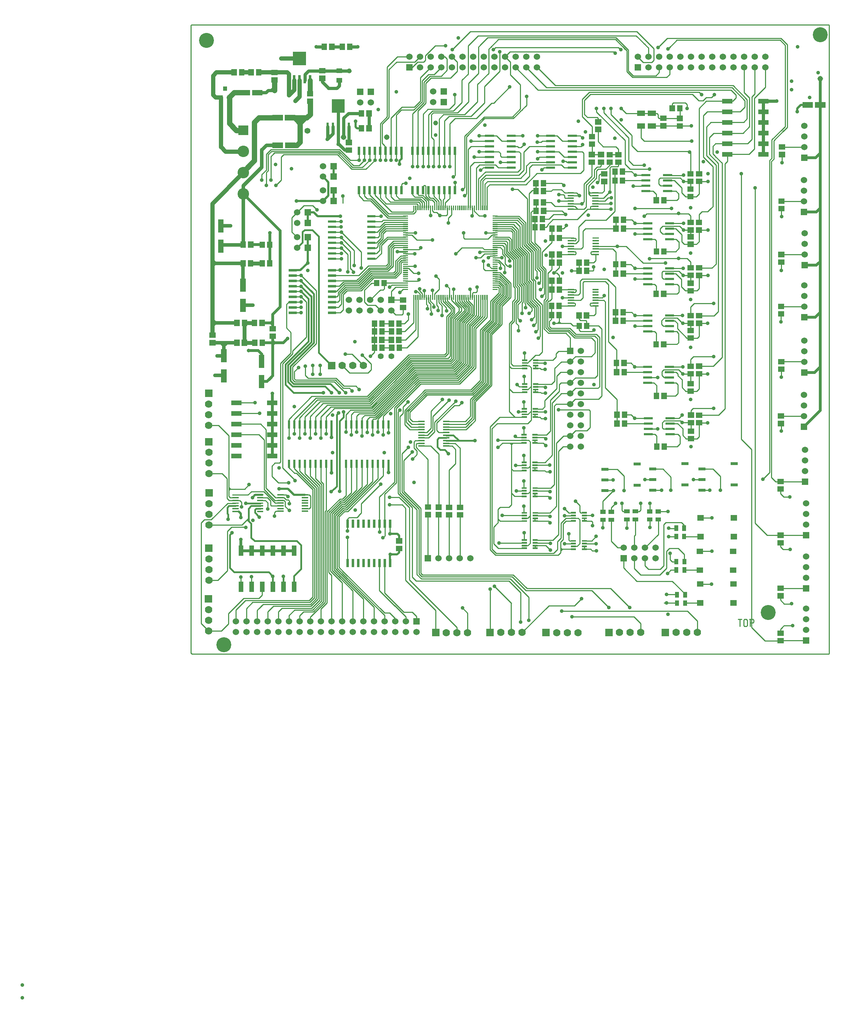
<source format=gbr>
G04 start of page 2 for group 0 idx 0 *
G04 Title: (unknown), top *
G04 Creator: pcb 20140316 *
G04 CreationDate: Thu 01 Jun 2017 04:27:30 PM GMT UTC *
G04 For: sumit *
G04 Format: Gerber/RS-274X *
G04 PCB-Dimensions (mm): 381.00 381.00 *
G04 PCB-Coordinate-Origin: lower left *
%MOMM*%
%FSLAX43Y43*%
%LNTOP*%
%ADD51C,1.803*%
%ADD50C,1.295*%
%ADD49C,0.965*%
%ADD48C,2.540*%
%ADD47C,1.314*%
%ADD46C,1.168*%
%ADD45C,1.422*%
%ADD44C,3.581*%
%ADD43C,0.914*%
%ADD42R,0.400X0.400*%
%ADD41R,0.940X0.940*%
%ADD40R,0.700X0.700*%
%ADD39R,0.280X0.280*%
%ADD38R,3.050X3.050*%
%ADD37R,1.118X1.118*%
%ADD36R,0.864X0.864*%
%ADD35R,0.510X0.510*%
%ADD34R,0.330X0.330*%
%ADD33R,0.550X0.550*%
%ADD32R,0.508X0.508*%
%ADD31R,1.308X1.308*%
%ADD30R,1.300X1.300*%
%ADD29R,1.140X1.140*%
%ADD28C,2.743*%
%ADD27C,1.778*%
%ADD26C,0.002*%
%ADD25C,1.524*%
%ADD24C,1.270*%
%ADD23C,1.143*%
%ADD22C,1.016*%
%ADD21C,1.054*%
%ADD20C,0.908*%
%ADD19C,0.708*%
%ADD18C,0.762*%
%ADD17C,0.854*%
%ADD16C,0.454*%
%ADD15C,0.635*%
%ADD14C,0.381*%
%ADD13C,0.508*%
%ADD12C,0.654*%
%ADD11C,0.254*%
G54D11*X192943Y219707D02*Y369791D01*
X192824Y369910D01*
X40488D01*
X40389Y219781D02*X40564Y219606D01*
X192781D01*
X192783Y219608D01*
X192842Y219606D02*X192943Y219707D01*
X40488Y369910D02*X40348Y369771D01*
Y219822D01*
X40419Y219751D01*
X159766Y332490D02*Y330654D01*
X161823Y329489D02*Y332486D01*
X165151Y336067D02*Y326542D01*
X164516Y325907D01*
X164643Y326034D02*X163906Y325298D01*
X164046Y325438D02*X163906Y325298D01*
X162509D01*
X165862Y336347D02*Y313487D01*
X162509Y325298D02*X161798Y324587D01*
Y323262D01*
X163957Y320878D02*X161802D01*
X161798Y320882D01*
X159258Y324764D02*X159791Y324231D01*
Y323313D01*
X158064Y322504D02*X158090Y322478D01*
X159791Y323672D02*Y322678D01*
X154775Y322504D02*X158064D01*
X156540Y321843D02*X153111D01*
X152502Y321234D01*
X159791Y319278D02*Y320878D01*
X159842Y317478D02*X158264D01*
X157683Y318059D01*
X157709Y318084D01*
Y319735D01*
X156210Y321234D01*
X149568Y297942D02*X146507D01*
X146482Y297967D01*
X149568Y300482D02*X146482D01*
X143662Y299212D02*X149568D01*
X141863D02*Y301219D01*
X143662D02*X145745D01*
X146456Y300507D01*
X141863Y301219D02*X141859Y301222D01*
X149509Y288188D02*X146456D01*
X143887Y289103D02*X145542D01*
X146456Y288188D01*
X140510Y335719D02*Y331409D01*
X149493Y286893D02*X143902D01*
X142088Y289103D02*Y286908D01*
Y292252D02*Y289103D01*
X138572Y283268D02*Y284361D01*
X142088Y286908D02*X142102Y286893D01*
X138049Y286517D02*Y283479D01*
X141859Y301222D02*Y307213D01*
X140157Y307823D02*Y294183D01*
X138049Y295191D02*Y289982D01*
X137046Y295387D02*X137495Y294937D01*
Y286139D01*
X140157Y294183D02*X142088Y292252D01*
X139421Y303682D02*Y283185D01*
X138572Y295577D02*Y283741D01*
Y297233D01*
X136944Y294295D02*Y291549D01*
X136080Y290685D01*
X136406Y294833D02*X136944Y294295D01*
X136286Y296639D02*X136738Y297091D01*
X136865Y295567D02*X137226Y295206D01*
X136473Y294766D02*X136086Y295153D01*
X133154Y297975D02*Y296969D01*
X130703Y297038D02*X132174Y295567D01*
X130528Y296629D02*X131999Y295158D01*
X133154Y296969D02*X133485Y296639D01*
X136286D01*
X132174Y295567D02*X136865D01*
X136086Y295153D02*X132024D01*
X129987Y296194D02*X131016Y295166D01*
Y291968D01*
X141913Y310439D02*X141910Y310442D01*
X141859Y307213D02*X139979Y309093D01*
X140272Y308800D02*X139852Y309220D01*
X141910Y310442D02*Y312699D01*
X131242Y315067D02*X128428D01*
X128422Y315062D01*
X137087Y315717D02*X136139D01*
X135966Y315544D01*
Y315265D01*
X136164Y315067D01*
X137087D01*
Y314303D01*
X137084Y314300D01*
X134947Y313106D02*X136576D01*
X133147D03*
X136576D02*X137087Y313617D01*
Y314506D01*
X131187Y315067D02*X132238D01*
X132359Y315189D01*
X131187Y315717D02*X132237D01*
X132372Y315582D01*
Y315201D01*
X133147Y313106D02*Y311125D01*
X134947D02*X136474D01*
X136627Y311277D01*
Y312039D01*
X128419Y313055D02*Y311883D01*
X127127Y310591D01*
X127144Y310608D02*X127819D01*
X128412Y310015D01*
Y308747D01*
X128422Y308737D01*
X126619Y313533D02*Y311490D01*
X139852Y309220D02*X133909D01*
X134341Y308559D02*X139421D01*
X132963Y305378D02*X131166D01*
X139421Y308559D02*X140157Y307823D01*
X131166Y306678D02*X132259D01*
X132436Y306502D01*
Y306324D01*
X132080Y305968D01*
X131293D01*
X133401Y305816D02*X132963Y305378D01*
X134087Y304698D02*Y307772D01*
X133909Y309220D02*X133401Y308712D01*
Y305968D01*
Y308712D02*Y305816D01*
X134087Y307721D02*Y308305D01*
X134341Y308559D01*
X131115Y306678D02*X128409D01*
X128408Y306680D01*
X126608Y308722D02*Y306680D01*
Y306654D02*Y305330D01*
Y305841D02*Y304449D01*
X137066Y304078D02*X139025D01*
X139421Y303682D01*
X137066Y304728D02*X138714D01*
X139167Y305181D01*
X137066Y303428D02*X135915D01*
X135738Y303251D01*
Y302971D01*
X135941Y302768D01*
X135951Y302778D01*
X137066D01*
X131166Y304078D02*X133467D01*
X134087Y304698D01*
X131166Y304728D02*X129138D01*
X129134Y304724D01*
X132065Y302778D02*X132207Y302920D01*
Y303200D01*
Y302920D02*Y303301D01*
X132080Y303428D01*
X131166D01*
D03*
X132065Y302778D02*X128382D01*
X134925Y300457D02*X136677D01*
X137033Y300812D01*
X137109Y302778D02*Y300888D01*
X136982Y300761D01*
X134954Y297975D02*X137831D01*
X138389Y297416D01*
X138572Y297233D02*X138274Y297532D01*
X134954Y297975D02*Y299076D01*
X128382Y302778D02*X128372Y302768D01*
X126608Y304449D02*X126083Y303924D01*
X125646Y304368D02*X125219Y303941D01*
X125426Y304148D02*X125194Y303916D01*
X125202Y304564D02*X124780Y304142D01*
X126083Y303924D02*X125890D01*
X112349Y303670D02*Y299281D01*
X112743Y303484D02*Y299121D01*
X113132Y303322D02*Y298961D01*
X113518Y298798D02*Y303159D01*
X113899Y298635D02*Y302989D01*
X114285Y302821D02*Y298478D01*
X114676Y302659D02*Y298320D01*
X122728Y304594D02*X124295Y303027D01*
X122227Y304330D02*X123807Y302750D01*
X122892Y303049D02*X123350Y302590D01*
X121811Y304129D02*X123132Y302809D01*
X121402Y303936D02*X122921Y302417D01*
X120978Y303738D02*X122494Y302222D01*
X120574Y303545D02*X121912Y302207D01*
X122494Y300167D02*X121669Y299342D01*
X121912Y302207D02*Y301622D01*
X121224Y300934D01*
X118105Y298628D02*X118643Y298089D01*
Y296840D01*
X116911Y298389D02*X117676Y299154D01*
X117251Y299319D02*X116487Y298554D01*
X120147Y303347D02*X120353Y303141D01*
X119723Y303654D02*X119510Y303441D01*
X120353Y303141D02*Y302346D01*
X119510Y303441D02*Y300985D01*
X118506Y303075D02*Y299809D01*
X119088Y299227D01*
X118105Y303357D02*Y298628D01*
X117676Y299154D02*Y303558D01*
X119311Y303881D02*X118506Y303075D01*
X118867Y304119D02*X118105Y303357D01*
X118435Y304320D02*X118029Y303914D01*
X117676Y303558D02*X118214Y304096D01*
X117833Y304366D02*X117251Y303784D01*
Y299319D01*
X109492Y297002D02*Y284940D01*
X109908Y296840D02*Y284798D01*
X110300Y296677D02*Y284615D01*
X110698Y296527D02*Y284455D01*
X111084Y284300D02*Y296365D01*
X111468Y284137D02*Y296205D01*
X111857Y296050D02*Y283980D01*
X112243Y295887D02*Y283797D01*
X112349Y299281D02*X109908Y296840D01*
X112743Y299121D02*X110300Y296677D01*
X113132Y298961D02*X110698Y296527D01*
X111084Y296365D02*X113518Y298798D01*
X111468Y296205D02*X113899Y298635D01*
X114285Y298478D02*X111857Y296050D01*
X114676Y298320D02*X112243Y295887D01*
X116911Y288971D02*Y298389D01*
X116487Y298554D02*Y288343D01*
X107312Y302771D02*Y301013D01*
X106924Y302613D02*Y301178D01*
X106533Y302450D02*Y301338D01*
X106761Y288694D02*Y298102D01*
X107160Y288524D02*Y297917D01*
X107556Y288356D02*Y297749D01*
X107973Y297536D02*Y288166D01*
X108433Y297365D02*Y287970D01*
X105540Y298661D02*Y289194D01*
X107312Y301013D02*X105115Y298816D01*
X106924Y301178D02*X104694Y298948D01*
X107714Y300835D02*X105540Y298661D01*
X106142Y301508D02*Y302290D01*
X105504Y302928D01*
X105753Y301673D02*Y302092D01*
X105357Y302489D01*
X105951Y298493D02*X108115Y300657D01*
X106355Y298280D02*X108610Y300535D01*
X106761Y298102D02*X109112Y300453D01*
X108115Y300657D02*Y301894D01*
X108112Y301897D01*
X109612Y300733D02*Y300371D01*
X107160Y297919D01*
X107556Y297749D02*X110117Y300309D01*
X110612Y300175D02*X107973Y297536D01*
X111112Y300045D02*X108433Y297365D01*
X114430Y305750D02*X112349Y303670D01*
X114818Y305559D02*X112743Y303484D01*
X115202Y305392D02*X113132Y303322D01*
X113518Y303159D02*X115595Y305237D01*
X113899Y302989D02*X115981Y305072D01*
X116368Y304904D02*X114285Y302821D01*
X116764Y304747D02*X114676Y302659D01*
X114021Y307020D02*Y305920D01*
X114430Y307208D02*Y305750D01*
X114818Y307393D02*Y305559D01*
X115202Y307556D02*Y305392D01*
X115595Y305237D02*Y307716D01*
X115981Y305072D02*Y307876D01*
X116368Y308036D02*Y304904D01*
X116764Y308201D02*Y304747D01*
X113060Y307718D02*X113919D01*
X114430Y307208D01*
X113993Y308218D02*X114818Y307393D01*
X115595Y307716D02*X114093Y309218D01*
X115981Y307876D02*X114139Y309718D01*
X114185Y310218D02*X116368Y308036D01*
X113060Y308218D02*X113993D01*
X113060Y308718D02*X114039D01*
X115202Y307556D01*
X114093Y309218D02*X113060D01*
X114139Y309718D02*X113060D01*
Y310218D02*X114185D01*
X113060Y310718D02*X114247D01*
X116764Y308201D01*
X120002Y308552D02*Y308422D01*
X120574Y307851D01*
X119563Y308249D02*X120147Y307665D01*
X117886Y307569D02*X118435Y307020D01*
X117455Y307421D02*X117833Y307043D01*
X120574Y307851D02*Y303545D01*
X120147Y307665D02*Y303347D01*
X119723Y307492D02*Y303654D01*
X119311Y307330D02*Y303881D01*
X119151Y308064D02*X119723Y307492D01*
X118750Y308122D02*Y307891D01*
X119311Y307330D01*
X118313Y307716D02*X118867Y307162D01*
Y304119D01*
X118435Y307020D02*Y304320D01*
X117833Y307043D02*Y304366D01*
X109492Y284940D02*X107231Y282679D01*
X109908Y284798D02*X107381Y282270D01*
X110300Y284615D02*X107564Y281879D01*
X110698Y284455D02*X107734Y281490D01*
X107886Y281102D02*X111084Y284300D01*
X108049Y280718D02*X111468Y284137D01*
X112243Y283797D02*X108387Y279941D01*
X111857Y283980D02*X108209Y280332D01*
X108410Y280533D02*X107963Y280086D01*
X108257Y280927D02*X107566Y280236D01*
X108078Y281294D02*X107178Y280393D01*
X105115Y298816D02*Y289344D01*
X104694Y298948D02*Y289499D01*
X105951Y289024D02*Y298493D01*
X106355Y288859D02*Y298280D01*
X104310Y299115D02*Y289684D01*
X103886Y289819D02*Y299253D01*
X103492Y289999D02*Y299413D01*
X103086Y299588D02*Y290142D01*
X102692Y299750D02*Y290304D01*
X102291Y299910D02*Y290695D01*
X101834Y290238D01*
X101135Y290660D02*X101892Y291417D01*
Y300071D01*
X101458Y291554D02*Y300203D01*
X106533Y301338D02*X104310Y299115D01*
X103886Y299253D02*X106142Y301508D01*
X103492Y299413D02*X105753Y301673D01*
X105057Y302214D02*Y301559D01*
X104412Y302290D02*Y301470D01*
X105057Y301559D02*X103086Y299588D01*
X104412Y301470D02*X102692Y299750D01*
X103335Y302217D02*Y300954D01*
X102291Y299910D01*
X102951Y302044D02*Y301386D01*
Y302044D02*Y301130D01*
X102123Y300302D01*
X102550Y301295D02*Y301884D01*
X101892Y300071D02*X102288Y300467D01*
X101458Y300203D02*X102550Y301295D01*
X103543Y286616D02*X105951Y289024D01*
X103708Y286212D02*X106355Y288859D01*
X103878Y285811D02*X106761Y288694D01*
X105540Y289194D02*X103360Y287015D01*
X108793Y280347D02*X108359Y279913D01*
Y275400D01*
X107276Y274316D01*
X107963Y275763D02*X107008Y274808D01*
X107963Y280086D02*Y275763D01*
X107566Y280236D02*Y276017D01*
X107178Y280393D02*Y276382D01*
X107566Y276017D02*X106681Y275132D01*
X107178Y276382D02*X106234Y275439D01*
X132372Y295981D02*X137259D01*
X138049Y295191D01*
X133125Y300457D02*Y299615D01*
X133370Y299369D01*
X133280Y299460D02*X133436Y299303D01*
X133293Y299447D02*X133482Y299258D01*
X134770D01*
X134945Y299082D01*
X131681Y297975D02*X133154D01*
X126572Y302768D02*Y300584D01*
X128372Y299060D02*Y300584D01*
X126572D02*Y299581D01*
X125633Y303667D02*Y297665D01*
X125194Y303916D02*Y297505D01*
X124780Y304142D02*Y297264D01*
X123807Y302750D02*Y301653D01*
X126572Y299581D02*X126025Y299034D01*
Y297851D01*
X126436Y297439D01*
X127102Y298577D02*X127889D01*
X125633Y297665D02*X126261Y297038D01*
X124780Y297264D02*X125849Y296194D01*
X124295Y303027D02*Y293891D01*
X124297Y291732D02*Y294129D01*
X126436Y297439D02*X130914D01*
X127102Y298577D02*X131079D01*
X131681Y297975D01*
X130914Y297439D02*X132293Y296060D01*
X131928Y296426D02*X132372Y295981D01*
X127889Y298577D02*X128372Y299060D01*
Y298983D02*X128134Y298746D01*
X128058D01*
X128372Y299197D02*Y298648D01*
X128443Y298577D01*
X128372Y299009D02*Y298928D01*
X128722Y298577D01*
X128257Y291899D02*X130978D01*
X126261Y297038D02*X130703D01*
X126070Y296629D02*X130528D01*
X125849Y296194D02*X129987D01*
X125194Y297505D02*X126070Y296629D01*
X123403Y295087D02*X123807Y295491D01*
X123350Y297086D02*X122839Y296575D01*
X122921Y298722D02*X122278Y298079D01*
X123807Y295491D02*Y302265D01*
X123350Y302590D02*Y297086D01*
X122921Y302417D02*Y298722D01*
X122494Y302222D02*Y300167D01*
X186921Y276459D02*X186897Y276435D01*
X181422Y276449D02*X186911D01*
X186921Y276459D01*
X181473Y287623D02*X181496Y287600D01*
Y285730D01*
X181473Y289423D02*X186919D01*
X181435Y300823D02*Y298933D01*
X106112Y304770D02*Y303971D01*
X105612Y304770D02*Y303925D01*
X105112Y304770D02*Y303871D01*
X104612Y304770D02*Y303820D01*
X105658Y302774D01*
X106112Y303971D02*X107312Y302771D01*
Y302671D01*
X105612Y303925D02*X106924Y302613D01*
X105112Y303871D02*X106533Y302450D01*
X106612Y304770D02*Y304063D01*
X107714Y302961D01*
X108112Y301897D02*Y304770D01*
X108610Y300535D02*Y304764D01*
X109112Y300453D02*Y304770D01*
X107714Y302961D02*Y300835D01*
X109612Y300392D02*Y304770D01*
X110117Y300309D02*Y304767D01*
X110612Y304770D02*Y300175D01*
X111112Y304770D02*Y300045D01*
X104112Y304770D02*Y303733D01*
X103612Y304770D02*Y303659D01*
X102612Y304770D02*Y304090D01*
X101612Y304770D02*Y303939D01*
X101112Y304770D02*Y303883D01*
X100612Y303822D02*Y304770D01*
X104112Y303733D02*X105373Y302472D01*
X103612Y303659D02*X105057Y302214D01*
X102612Y304090D02*X104412Y302290D01*
X100112Y303682D02*X101425Y302369D01*
X101612Y303939D02*X103335Y302217D01*
X101112Y303883D02*X102951Y302044D01*
X102550Y301884D02*X100612Y303822D01*
X101425Y302369D02*Y301630D01*
X99612Y303562D02*X100409Y302765D01*
X99112Y304770D02*Y302947D01*
X99459Y302600D01*
Y301597D01*
X100409Y302765D02*Y300459D01*
X125890Y303924D02*X125633Y303667D01*
X125646Y310518D02*Y304368D01*
X125202Y311498D02*Y304564D01*
X126619Y311490D02*X125722Y310594D01*
X126619Y311490D02*X125646Y310518D01*
X124348Y312351D02*X125202Y311498D01*
X123891Y312146D02*X124348Y311688D01*
X124080Y311956D02*X124811Y311226D01*
X123500Y311930D02*X124379Y311051D01*
X124811Y311226D02*Y305598D01*
X124379Y311051D02*Y307053D01*
X123947Y306621D01*
X123904Y310845D02*Y308516D01*
X123533Y308145D01*
X123081Y311008D02*Y309453D01*
X124348Y305135D02*X124257Y305044D01*
X124811Y305598D02*X124257Y305044D01*
X122728Y308717D02*Y304594D01*
X122227Y308051D02*Y304330D01*
X121811Y308384D02*Y304129D01*
X121402Y308168D02*Y303936D01*
X120978Y308011D02*Y303738D01*
X100112Y304770D02*Y303682D01*
X99612Y304770D02*Y303562D01*
X97612Y304770D02*Y303850D01*
X98400Y303063D01*
X97112Y304770D02*Y303705D01*
X97495Y303322D01*
X98400Y303063D02*Y302433D01*
X97373Y303444D02*X97678Y303139D01*
Y301661D01*
X97846Y301493D01*
Y300848D01*
X98612Y327488D02*X98029Y328071D01*
X97112Y327276D02*Y326166D01*
Y327043D02*Y327815D01*
X97434Y328069D02*X97996D01*
X103462Y330346D02*Y332242D01*
X103477Y332257D01*
X106200Y330985D02*Y329479D01*
X105811Y329090D01*
X103045Y333538D02*X102993Y333486D01*
X103462Y333954D01*
Y335135D01*
X102192Y336032D02*X102189Y336029D01*
X98382D02*X98372Y336019D01*
X97125Y339815D02*Y336027D01*
X98834Y348910D02*X98331D01*
X97859Y348437D01*
Y343024D01*
X98382Y342501D01*
Y341810D01*
X124348Y315613D02*Y312351D01*
X123891Y316481D02*Y312146D01*
X123500Y315956D02*Y311930D01*
X124690Y315954D02*X124348Y315613D01*
X122993Y317379D02*X123891Y316481D01*
X123500Y315829D02*Y316255D01*
X122453Y317302D01*
X121186Y317929D02*X123055Y316060D01*
Y311694D01*
X122608Y315874D02*Y311480D01*
X122169Y315686D02*Y309275D01*
X121709Y315504D02*Y309159D01*
X123055Y311694D02*X123904Y310845D01*
X122608Y311480D02*X123081Y311008D01*
X122169Y309275D02*X122728Y308717D01*
X121709Y309159D02*X122227Y308640D01*
Y307360D01*
X121232Y315311D02*Y308963D01*
X120815Y315090D02*Y308755D01*
X120419Y314899D02*Y308569D01*
X121232Y308963D02*X121811Y308384D01*
X120815Y308755D02*X121402Y308168D01*
X120419Y308569D02*X120978Y308011D01*
X120002Y314729D02*Y308409D01*
X119563Y314556D02*Y308249D01*
X119151Y314378D02*Y308064D01*
X118750Y314188D02*Y307894D01*
X118313Y313982D02*Y307716D01*
X117886Y313832D02*Y307569D01*
X117455Y313652D02*Y307421D01*
X120741Y317741D02*X122608Y315874D01*
X120332Y317523D02*X122169Y315686D01*
X119888Y317325D02*X121709Y315504D01*
X119464Y317078D02*X121232Y315311D01*
X119017Y316888D02*X120815Y315090D01*
X118585Y316733D02*X120419Y314899D01*
X118166Y316565D02*X120002Y314729D01*
X117749Y316370D02*X119563Y314556D01*
X117335Y316194D02*X119151Y314378D01*
X116937Y316001D02*X118750Y314188D01*
X116507Y315788D02*X118313Y313982D01*
X116075Y315643D02*X117886Y313832D01*
X115656Y315450D02*X117455Y313652D01*
X115448Y314521D02*Y313007D01*
X115263Y315707D02*Y315278D01*
X116522Y314018D01*
X114343Y312730D02*Y311724D01*
X113931Y313718D02*X115372Y312278D01*
Y310723D01*
X115448Y312811D02*X116017Y312242D01*
X116665D01*
X122823Y330345D02*X121968D01*
X121186Y329562D01*
X119488Y329617D02*X120741Y328364D01*
X122156Y325455D02*X121991D01*
X121592Y325056D01*
Y318160D01*
X122461Y317292D01*
X121186Y329562D02*Y317929D01*
X120741Y328364D02*Y317741D01*
X119113Y323878D02*X120332Y322659D01*
X118854Y323454D02*X119888Y322420D01*
X118485Y323099D02*X119464Y322120D01*
X120332Y322659D02*Y317523D01*
X119888Y322420D02*Y317325D01*
X119464Y322120D02*Y317078D01*
X118118Y322600D02*X119017Y321701D01*
X117648Y322012D02*X118585Y321075D01*
X117335Y321516D02*X118166Y320685D01*
X116426Y321218D02*X117000D01*
X117749Y320469D01*
X119017Y321701D02*Y316888D01*
X118585Y321075D02*Y316733D01*
X118166Y320685D02*Y316565D01*
X116197Y320718D02*X116919D01*
X115613Y319218D02*X116379D01*
X116937Y318661D01*
X113060Y318718D02*X116107D01*
X116507Y318318D01*
X116919Y320718D02*X117335Y320302D01*
X117749Y320469D02*Y316370D01*
X117335Y320302D02*Y316194D01*
X116937Y318661D02*Y316001D01*
X116507Y318318D02*Y315788D01*
X115718Y318218D02*X116073Y317863D01*
X113060Y316718D02*X114315D01*
X114864Y316169D01*
X113060Y318218D02*X115718D01*
X113060Y317718D02*X115298D01*
X115656Y317360D01*
X113060Y317218D02*X114849D01*
X115263Y316804D01*
X116073Y317863D02*Y315643D01*
X116075D01*
X115656Y317360D02*Y315450D01*
X115263Y316804D02*Y315278D01*
X114864Y316169D02*Y315199D01*
Y315501D02*Y315102D01*
X115263Y315590D02*Y315280D01*
X114864Y315506D02*Y315105D01*
X113060Y314718D02*X111869D01*
X111422Y314272D01*
X113060Y314218D02*X113076Y314234D01*
X113060Y313218D02*X113855D01*
X114343Y312730D01*
X113060Y313718D02*X113931D01*
X114755Y314234D02*X113076D01*
X116522Y314018D02*Y313522D01*
X114864Y315105D02*X115448Y314521D01*
Y313609D02*Y312811D01*
X154775Y300482D02*X157886D01*
X157937Y298577D02*X159791D01*
X156642D02*X156007Y299212D01*
X154775D01*
X157886Y298577D02*X156616Y299847D01*
X155905D01*
X159791Y298581D02*Y296850D01*
X161413Y295075D02*X159817D01*
X159842D01*
X159817Y300406D02*Y302514D01*
X160680Y303378D01*
X159820Y295075D02*X158873D01*
X156642Y297307D01*
Y298577D01*
X158039Y310058D02*X157023Y311074D01*
X156312D01*
X153362Y293573D02*X156540D01*
X156947Y293980D01*
X151562Y293573D02*Y296266D01*
X151155Y296672D01*
X156947Y293980D02*Y296164D01*
X156616Y296494D01*
X156718Y296393D02*X156489Y296621D01*
X154775D01*
X151155Y296672D02*X149568D01*
X153416Y299822D02*X152883Y299288D01*
Y298323D01*
X153264Y297942D01*
X154775D01*
X155981Y299847D02*X153441D01*
X165329Y300406D02*X161823D01*
X160680Y303378D02*X165278D01*
X165125Y300406D02*X165430D01*
X166446Y301422D01*
X167335Y290474D02*X165202Y288341D01*
X165191Y288352D01*
X161823Y298606D02*Y295478D01*
X161417Y295072D01*
X161413Y295075D01*
X163881Y298628D02*X161845D01*
X161823Y298606D01*
X165191Y288352D02*X161823D01*
X165303Y290627D02*X160452D01*
X159817Y289992D02*Y288366D01*
X160452Y290627D02*X159817Y289992D01*
Y286541D02*X159813Y286537D01*
X157912D01*
X157933Y288184D02*X157937Y288188D01*
X163906Y286537D02*X161823D01*
X159817Y286541D02*Y284175D01*
X161823Y286552D02*Y282981D01*
X161217Y282375D01*
X158645D01*
X157734Y283286D02*Y285115D01*
X156743Y286106D01*
Y286512D01*
X156337Y286918D01*
X157912Y286537D02*X156896Y287553D01*
X156362Y284378D02*X156743Y283997D01*
X159893Y276682D02*Y277774D01*
X160401Y278282D01*
X165329D01*
X158645Y282375D02*X157734Y283286D01*
X156743Y283997D02*Y281838D01*
X156185Y281280D01*
X156337Y286918D02*X154762D01*
X156896Y287553D02*X153365D01*
X152933Y287122D01*
X154720Y288184D02*X157933D01*
X149514D02*X149509Y288188D01*
X152933Y287122D02*Y286182D01*
X153471Y285644D01*
X154720D01*
Y284374D02*X154725Y284378D01*
X156362D01*
X156185Y281280D02*X153441D01*
X151642D02*Y283765D01*
X151028Y284378D01*
X151024Y284374D01*
X149514Y285644D02*X151938D01*
X151943Y285648D01*
X151257Y272110D02*X149670D01*
X151943Y273355D02*X149695D01*
X149670Y275920D02*X146431D01*
X149670Y274650D02*X143993D01*
X142189Y276758D02*Y274654D01*
X142193Y274650D01*
X146431Y275920D02*X145593Y276758D01*
X143989D01*
X142189Y280416D02*Y276758D01*
X151024Y284374D02*X149514D01*
X139421Y283185D02*X142189Y280416D01*
D03*
X137790Y280502D02*X138572Y281285D01*
Y283782D01*
X138049Y283479D02*X137653Y283083D01*
X138049Y285976D02*Y287010D01*
Y285976D02*Y290424D01*
X137495Y286139D02*X136954Y285598D01*
X132265D01*
X131016Y284348D01*
X136080Y290685D02*X132288D01*
X131036Y289433D01*
X128869Y289382D02*X130960D01*
X128740Y286888D02*X131016D01*
X128935D02*X128707D01*
X131016Y284348D02*X128824D01*
X131016Y281808D02*X128920D01*
X131016Y279268D02*Y279288D01*
X128420Y277975D02*X135466D01*
X131016Y279288D02*X132230Y280502D01*
X135466Y277975D02*X135771Y277670D01*
X135799Y276449D02*Y277642D01*
X135555Y277886D01*
X132230Y280502D02*X137790D01*
X137653Y283083D02*X132291D01*
X131016Y281808D01*
Y271648D02*X132316Y272948D01*
X135024D01*
X135799Y273723D01*
Y277360D01*
X131016Y271648D02*X129405D01*
X161798Y323520D02*Y322682D01*
Y320882D02*Y318110D01*
X166446Y336804D02*Y301422D01*
X167335Y336855D02*Y290474D01*
X168021Y336728D02*Y278181D01*
X166497Y276657D01*
X161823D01*
X159893Y274882D02*X157738D01*
X157734Y274879D01*
X157328Y275285D01*
X159893Y274882D02*Y272821D01*
X161823Y274857D02*Y271628D01*
Y274857D02*Y271526D01*
X161319Y271022D01*
X158721D01*
X157912Y271831D01*
Y273431D01*
X161823Y274857D02*X161827Y274853D01*
X163881D01*
X157328Y275285D02*X153467D01*
X153035Y274853D01*
Y273660D01*
X153314Y273380D01*
X154876D01*
X157912Y273431D02*X156693Y274650D01*
X154876D01*
Y272110D02*X156743D01*
X157226Y271628D01*
Y269799D01*
X156566Y269138D01*
X153492D01*
X151692D02*Y271675D01*
X151257Y272110D01*
X154876Y275920D02*X156997D01*
X157759Y276682D01*
X175209Y250888D02*Y330886D01*
X177046Y261348D02*X178643Y262946D01*
X171907Y270957D02*X174358Y268506D01*
X162189Y252130D02*X164857D01*
X164876Y252110D01*
X162505Y258729D02*X164399D01*
X164414Y258745D01*
X162505Y263809D02*X165169D01*
X166908Y262070D01*
Y258727D01*
X162505Y261269D02*X162469Y261234D01*
X171907Y334373D02*Y270957D01*
X140817Y253581D02*Y254560D01*
X138817Y253581D02*Y256117D01*
X141336Y258635D01*
X140817Y254560D02*X141864Y255608D01*
X143347Y255577D02*Y253893D01*
X139320Y261170D02*X139345Y261196D01*
X141237D01*
X122610Y263406D02*X124960D01*
X125225Y263141D01*
X126185D01*
X143347Y253893D02*X143604Y253636D01*
X144562D01*
X144556Y251711D02*X144562Y251717D01*
X147886Y255588D02*Y254025D01*
X147498Y253636D01*
X146562D01*
X150063Y255605D02*Y253653D01*
X150059Y253649D01*
X150084Y251705D02*X150059Y251730D01*
X150752Y261252D02*X148869D01*
X148859Y261242D01*
X153911Y251059D02*X157584D01*
X153190Y263792D02*X155103Y261879D01*
Y258689D01*
X152059Y253649D02*X152071Y253637D01*
X154402D01*
X162469Y261234D02*X160462D01*
X179111Y262915D02*Y334564D01*
X178643Y262946D02*Y334719D01*
X179111Y263197D02*Y261767D01*
G54D12*X187013Y300073D02*X189596D01*
G54D11*X186919Y289423D02*X186947Y289395D01*
X187013Y302613D02*X187002Y302623D01*
G54D12*X189596Y300073D02*X190754Y301231D01*
G54D11*X187002Y302623D02*X181435D01*
X181506Y315008D02*X187038D01*
X181422Y274649D02*X181447Y274623D01*
Y272887D01*
G54D12*X190754Y277752D02*X186921Y273919D01*
X186947Y286855D02*X189418D01*
X190754Y288191D01*
G54D11*X187114Y260761D02*X181359D01*
X181313Y260807D01*
X179111Y261767D02*X180111Y260767D01*
X181785D01*
X181313Y259007D02*Y257879D01*
X182062Y257129D01*
X183502D01*
G54D12*X190754Y357033D02*Y277752D01*
G54D11*Y341968D02*Y342974D01*
G54D12*X186967Y338181D02*X189695D01*
X190754Y339240D01*
X186914Y325186D02*X189901D01*
X190744Y326029D01*
X187038Y312468D02*X189847D01*
X190754Y313375D01*
G54D11*X181486Y313229D02*Y311196D01*
X181488Y311193D01*
X181486Y315029D02*X181506Y315008D01*
X181521Y325974D02*Y324081D01*
X181546Y324056D01*
X181646Y340716D02*X186962D01*
X186967Y340721D01*
X181646Y338916D02*Y336946D01*
X181521Y327774D02*X181569Y327726D01*
X179225Y342435D02*X181698Y344908D01*
X179662Y337830D02*Y342227D01*
X181569Y327726D02*X186914D01*
X178643Y334211D02*Y337505D01*
X179225Y338087D01*
Y342435D01*
X179111Y333924D02*Y337279D01*
X179662Y337830D01*
Y342227D02*X182061Y344626D01*
X107231Y282679D02*X96327D01*
X107381Y282270D02*X96490D01*
X107564Y281879D02*X96652D01*
X107734Y281490D02*X96807D01*
X96327Y282679D02*X91463Y277815D01*
X96490Y282270D02*X91869Y277650D01*
X96652Y281879D02*X92258Y277485D01*
X92799Y278026D02*X92258Y277485D01*
X91990Y277771D02*X91859Y277640D01*
X96807Y281490D02*X92649Y277332D01*
X101514Y287416D02*X93952D01*
X103010Y287815D02*X93790D01*
X102840Y288214D02*X93599D01*
X93439Y288608D02*X102674D01*
X93266Y289016D02*X102509D01*
X102367Y289423D02*X93099D01*
X102205Y289817D02*X92916D01*
X101834Y290238D02*X92746D01*
X92583Y290660D02*X101135D01*
X92415Y291074D02*X100978D01*
X94270Y286616D02*X103543D01*
X94432Y286212D02*X103708D01*
X94587Y285811D02*X103878D01*
X94755Y285410D02*X104046D01*
X94915Y285011D02*X104211D01*
X104397Y284589D02*X95095D01*
X104602Y284140D02*X95260D01*
X103360Y287015D02*X94112D01*
X86330Y274304D02*Y276426D01*
X85060Y274304D02*Y275714D01*
X86330Y274323D02*X86319Y274312D01*
X83790Y274304D02*Y275610D01*
X83965Y275786D01*
X84562D01*
X84430Y276210D02*X83134D01*
X82768Y275844D01*
X83790Y274330D02*X83782Y274323D01*
X82520Y275595D02*X82965Y276041D01*
X91455Y277807D02*Y274409D01*
X81250Y274304D02*Y275963D01*
X81912Y276626D01*
X81250Y274282D02*Y271927D01*
X82527Y272557D02*Y274315D01*
X82520Y274323D01*
X83782D02*Y271917D01*
X85060Y274340D02*Y272600D01*
X85039Y272580D01*
X86319Y274312D02*Y271917D01*
X87600Y272489D02*X87620Y272468D01*
X79969Y276433D02*Y274412D01*
Y274838D02*Y272585D01*
X79980Y272575D01*
X88986Y278481D02*Y260703D01*
X89413Y278293D02*Y260477D01*
X89860Y277447D02*Y257967D01*
X90310Y276352D02*Y258150D01*
X90759Y267416D02*Y258326D01*
X91260Y265829D02*Y258460D01*
X85060Y265299D02*Y261534D01*
X86330Y265299D02*Y262202D01*
X89413Y260477D02*X86693Y257757D01*
G54D13*X87600Y265299D02*Y262992D01*
G54D11*X87617Y262974D01*
X87600Y274304D02*Y272489D01*
X92649Y275801D02*X93313Y275137D01*
X91859Y274996D02*X93018Y273837D01*
X91455Y274409D02*X91758Y274107D01*
X92678Y273187D02*X91581Y274283D01*
X92337Y268994D02*X90759Y267416D01*
X93279Y267848D02*X91260Y265829D01*
X93655Y270279D02*Y268811D01*
X94385Y269937D02*X94160Y269712D01*
Y268953D01*
X93655Y268811D02*X94343Y268122D01*
Y267244D01*
X93312Y266212D01*
X94160Y268953D02*X97013Y266101D01*
X92649Y277332D02*Y275882D01*
X93313Y275137D02*X95485D01*
X92258Y277485D02*Y275412D01*
X91859Y277640D02*Y274996D01*
X92258Y275412D02*X92504Y275166D01*
X93184Y274487D02*X92403Y275267D01*
X94750Y285405D02*X94521Y285176D01*
X94351Y285006D02*X94757Y285412D01*
X93956Y286302D02*X94270Y286616D01*
X93826Y285606D02*X94432Y286212D01*
X94322Y285546D02*X94587Y285811D01*
X94610Y285265D02*X94755Y285410D01*
X86330Y276426D02*X94912Y285008D01*
X85060Y275714D02*X94752Y285407D01*
X93952Y287416D02*X83970Y277434D01*
X84562Y275786D02*X94582Y285806D01*
X94435Y286215D02*X84430Y276210D01*
X94280Y286626D02*X84280Y276626D01*
X95095Y284589D02*X88986Y278481D01*
X95260Y284140D02*X89413Y278293D01*
X94112Y287015D02*X84125Y277028D01*
X94588Y284684D02*X94915Y285011D01*
X90302Y277889D02*X89860Y277447D01*
X91059Y278623D02*Y277101D01*
X90310Y276352D01*
X92649Y276349D02*Y275801D01*
X91710Y278063D02*X91455Y277807D01*
X95485Y274487D02*X93184D01*
X93018Y273837D02*X95485D01*
Y273187D02*X92678D01*
X95485Y272537D02*X96738D01*
X97592Y273390D01*
X98161Y273114D02*X96934Y271887D01*
X95485D01*
Y271237D02*X97120D01*
X95485Y270587D02*X93963D01*
X93655Y270279D01*
X95485Y269937D02*X94385D01*
X95485Y269287D02*X97695D01*
X93790Y287815D02*X83810Y277835D01*
X92263Y279827D02*X91059Y278623D01*
X93599Y288214D02*X83642Y278257D01*
X83482Y278651D02*X93439Y288608D01*
X83292Y279042D02*X89431Y285181D01*
X89209Y284959D02*X93266Y289016D01*
X93099Y289423D02*X83124Y279448D01*
X92916Y289817D02*X82969Y279870D01*
X92746Y290238D02*X82804Y280297D01*
X82652Y280728D02*X92583Y290660D01*
X82512Y281170D02*X92415Y291074D01*
X83429Y288867D02*Y287487D01*
X84125Y277028D02*X80564D01*
X79969Y276433D01*
X84225Y291705D02*X83233Y290713D01*
X82128Y290167D02*X81283Y291013D01*
X81585Y288514D02*X78882Y291216D01*
X77264D01*
X81898Y290397D02*X83429Y288867D01*
X76505Y288514D02*X78252Y286766D01*
X80714D01*
X83429Y287487D02*X82707Y286766D01*
X80195D01*
X72426Y231938D02*X68867Y228379D01*
X67262Y229718D02*X69621D01*
X69451Y230144D02*X65908D01*
X72890Y231813D02*X71407Y230330D01*
Y227404D01*
X68867Y228379D02*Y227404D01*
X72014Y232103D02*X69632Y229720D01*
X71600Y232293D02*X69451Y230144D01*
X71168Y232499D02*X69243Y230574D01*
X70709Y232697D02*X69058Y231046D01*
X70287Y232870D02*X68920Y231503D01*
X69853Y233042D02*X68773Y231963D01*
X69426Y233208D02*X68608Y232390D01*
X66327Y227404D02*Y228783D01*
X67262Y229718D01*
X63787Y228808D02*X65113Y230134D01*
X65999D01*
X69243Y230574D02*X62131D01*
X63787Y227404D02*Y228808D01*
X62131Y230574D02*X61636Y230078D01*
X61247Y229690D02*X61699Y230142D01*
X61247Y227404D02*Y229690D01*
X69058Y231046D02*X60101D01*
X68920Y231503D02*X57640D01*
X68773Y231963D02*X55098D01*
X68608Y232390D02*X53406D01*
X52954Y232908D02*X56632D01*
X58707Y227404D02*Y229652D01*
X56167Y227404D02*Y230030D01*
X56632Y232908D02*X57379Y233655D01*
Y235657D01*
X58707Y229652D02*X59260Y230204D01*
X60101Y231046D02*X58956Y229900D01*
X57640Y231503D02*X56571Y230434D01*
X56167Y230030D02*X57222Y231085D01*
X55098Y231963D02*X53627Y230492D01*
Y227404D01*
G54D14*X58958Y239136D02*X59919Y238176D01*
G54D11*X54859Y238036D02*X54839Y238016D01*
Y235657D01*
X52311Y237985D02*X52299Y237973D01*
Y235657D01*
G54D14*X59919Y238176D02*Y235657D01*
X62459D02*Y238133D01*
X62438Y238153D01*
X64999Y238237D02*Y235657D01*
G54D11*X73713Y239418D02*X75974Y237157D01*
X73302Y239047D02*X73657Y238691D01*
X73947Y227404D02*Y238402D01*
X73533Y238816D01*
X53406Y232390D02*X51087Y230071D01*
Y227404D01*
X49294Y229248D02*X52954Y232908D01*
X49294Y227663D02*Y229248D01*
X44536Y225128D02*X47605D01*
X49294Y226817D01*
Y227637D01*
X44620Y237233D02*X46772D01*
X49083Y239545D01*
X42779Y226886D02*X44536Y225128D01*
G54D13*X63520Y259065D02*X64976Y257609D01*
G54D11*X63614Y256403D02*X63889Y256129D01*
X62639Y256298D02*X62895Y256042D01*
Y254841D01*
X63848Y253888D01*
G54D14*X52311Y246924D02*X52299Y246911D01*
G54D15*Y244266D01*
X59919D02*X52307D01*
G54D14*X52299Y244274D01*
G54D15*X58204Y244266D02*X64999D01*
G54D14*X50676Y239136D02*X58958D01*
X55560Y246601D02*X65644D01*
G54D11*X59362Y256195D02*Y255504D01*
Y255179D02*Y255567D01*
X61731Y254998D02*X59542D01*
X59362Y255179D01*
X60510Y255648D02*X61731D01*
Y253698D02*X60646D01*
X60307Y253360D01*
Y252578D01*
X58682Y255758D02*Y254241D01*
X61731Y256298D02*X62639D01*
X62614Y256948D02*X60554D01*
X60068Y257434D01*
X52570Y250454D02*X54130Y252014D01*
X53787Y251597D02*X53802D01*
X54193Y251206D01*
X92558Y254516D02*Y237343D01*
X93233Y254343D02*Y238018D01*
X89860Y257967D02*X93017Y254810D01*
X90119Y257023D02*X90493Y256649D01*
X90310Y258150D02*X94399Y254061D01*
X90759Y258326D02*X94866Y254218D01*
X89759Y257023D02*X90119D01*
X90368Y256774D02*X92560Y254582D01*
Y253426D01*
X93233Y253964D02*Y254594D01*
X92746Y255082D01*
X94399Y254061D02*Y238587D01*
X94866Y254218D02*Y238763D01*
X95301Y254419D02*Y238917D01*
X91260Y258460D02*X95301Y254419D01*
X77803Y250711D02*Y251831D01*
X78219Y252247D01*
X80025D01*
X80521Y252743D01*
X80406Y252628D02*X81054Y253276D01*
Y255524D01*
X85695Y260165D01*
G54D13*X57477Y257586D02*X55706D01*
X55075Y256954D01*
G54D11*X56892Y256936D02*X58621D01*
X50992Y257586D02*X53563D01*
X53409D02*X54000D01*
X50992Y256286D02*X51994D01*
X56892D02*X58154D01*
X54000Y257586D02*X54803Y258389D01*
X57770D01*
X53200Y259009D02*X49395D01*
G54D13*X51759Y253686D02*X52301Y253144D01*
Y252237D01*
G54D11*X50048Y249883D02*X53510D01*
G54D14*X54752Y254986D02*X56892D01*
X53505Y255636D02*X56892D01*
G54D11*X58293Y260485D02*Y259578D01*
Y259210D02*Y259895D01*
X54239Y260048D02*X53200Y259009D01*
G54D14*X54125Y252311D02*Y254358D01*
X54752Y254986D01*
X56698Y252329D02*X55667Y253360D01*
Y254081D01*
X56892Y254336D02*X55921D01*
X55667Y254081D01*
X54125Y252837D02*Y251369D01*
X54752Y250741D01*
Y247409D01*
X55560Y246601D01*
G54D11*X58621Y256936D02*X59362Y256195D01*
X58154Y256286D02*X58682Y255758D01*
X57770Y258389D02*X60510Y255648D01*
X60440Y256298D02*X58492Y258246D01*
X57874Y258864D02*X58760Y257978D01*
X60165Y257338D02*X58293Y259210D01*
G54D13*X61430Y259065D02*X63520D01*
G54D11*X61731Y257598D02*X63099D01*
X63523Y257175D01*
X62614Y256948D02*X62918Y256644D01*
X62931D01*
X63172Y256403D01*
X63614D01*
X61699Y256298D02*X60440D01*
X61219Y260474D02*X63807D01*
G54D14*X50992Y254986D02*X49426D01*
X49055Y254615D01*
Y253134D01*
X49210Y252979D01*
Y251752D01*
X50165Y248592D02*X49665Y248092D01*
G54D11*X49083Y248917D02*X50048Y249883D01*
G54D14*X49665Y248092D02*Y240147D01*
X50676Y239136D01*
G54D11*X49083Y239545D02*Y248917D01*
X42779Y250965D02*Y226886D01*
G54D14*X53497Y255628D02*X53505Y255636D01*
G54D11*X51994Y256286D02*X52415Y255864D01*
Y254709D01*
X50992Y255636D02*X49119D01*
X44663Y250454D02*X52570D01*
X49119Y255636D02*X45207Y251724D01*
X43538D01*
X42779Y250965D01*
X81567Y227404D02*Y232735D01*
X84115Y230795D02*Y227396D01*
X86647Y228818D02*Y227404D01*
X86619Y229438D02*X87828D01*
X89187Y228079D01*
Y227404D01*
X86693Y234135D02*X89327Y231501D01*
X85423Y234775D02*X89126Y231071D01*
X91727Y228470D02*X89023Y231174D01*
X88938Y231889D02*X91232Y229596D01*
X92791D01*
X81567Y232735D02*X76043Y238260D01*
X76355Y238554D02*X84115Y230795D01*
X76507Y238958D02*X86647Y228818D01*
X76516Y239541D02*X86619Y229438D01*
X76487Y227404D02*Y236652D01*
X75714Y237418D02*X76490Y236642D01*
Y236571D01*
X75608Y238122D02*X79027Y234704D01*
Y227404D01*
X91727D02*Y228470D01*
X94267Y227404D02*Y228577D01*
X93248Y229596D01*
X92621D01*
X106490Y224699D02*Y229347D01*
X105253Y230584D01*
X98870Y224699D02*Y230058D01*
X91664Y237264D01*
X92558Y237343D02*X103950Y225951D01*
Y224699D01*
X93929Y237322D02*X94218Y237034D01*
X93233Y238018D02*X94176Y237076D01*
X94218Y237034D02*X114687D01*
X95451Y237536D02*X116746D01*
X95560Y238069D02*X117170D01*
X95715Y238503D02*X117422D01*
X94399Y238587D02*X95451Y237536D01*
X94866Y238763D02*X95560Y238069D01*
X95301Y238917D02*X95715Y238503D01*
X70117Y265289D02*Y261539D01*
X68847Y265289D02*Y262151D01*
X71168Y259829D01*
X67577Y265289D02*Y262735D01*
X70709Y259603D01*
X66307Y265289D02*Y263324D01*
X70287Y259344D01*
X65037Y263888D02*X69853Y259072D01*
X65105Y262758D02*X65557D01*
X69426Y258890D01*
X70117Y261539D02*X71600Y260055D01*
X72657Y265289D02*Y253870D01*
X71387Y265289D02*Y260883D01*
X72014Y260256D01*
G54D13*X64976Y257609D02*X67607D01*
G54D11*X63889Y256129D02*Y255532D01*
X67631Y257598D02*X68644D01*
X68931Y257312D01*
Y254645D01*
X68634Y254348D01*
X67631D01*
X65037Y265289D02*Y263888D01*
X63767Y265289D02*Y264096D01*
X65105Y262758D01*
X63548Y262783D02*X62240Y264091D01*
Y265181D01*
X61778Y267111D02*Y265504D01*
X61498Y265224D01*
X60447D01*
X59698Y264475D01*
Y261996D01*
X61219Y260474D01*
X83790Y265299D02*Y263662D01*
X81250Y265299D02*Y259502D01*
X82520Y265299D02*Y260177D01*
X83790Y264241D02*Y260850D01*
X78710Y265299D02*Y263713D01*
Y264462D02*Y258120D01*
X77440Y265299D02*Y257439D01*
X79534Y258368D02*X79980Y258813D01*
Y265299D01*
X76754Y254500D02*X74922Y252669D01*
X75743Y252362D02*X77059Y253677D01*
X76926Y254104D02*X75324Y252501D01*
Y251501D01*
X77803Y250711D02*X77795Y250703D01*
X76566Y254919D02*X74516Y252870D01*
X76406Y255334D02*X74120Y253048D01*
X76264Y255750D02*X73713Y253200D01*
X76126Y256179D02*X73302Y253355D01*
X75966Y256604D02*X72890Y253528D01*
X76604Y256604D02*X75966D01*
X76768Y256178D02*X76125D01*
X76120Y255606D02*X76266Y255753D01*
X76919D01*
X77081Y255334D02*X76406D01*
X83790Y260850D02*X77452Y254513D01*
X85060Y261534D02*X77625Y254099D01*
X86330Y262202D02*X77805Y253677D01*
X88986Y260703D02*X85423Y257139D01*
Y250711D01*
X86693Y257757D02*Y250711D01*
X77440Y257439D02*X76604Y256604D01*
X81250Y259502D02*X77081Y255334D01*
X82520Y260177D02*X77260Y254918D01*
X78710Y258120D02*X76768Y256178D01*
X76919Y255753D02*X79972Y258806D01*
X77260Y254918D02*X76564D01*
X77452Y254513D02*X76766D01*
X77625Y254099D02*X76921D01*
X77805Y253677D02*X77059D01*
X49390Y271602D02*Y257294D01*
X47950Y262542D02*X48943Y261549D01*
X49390Y259418D02*Y259563D01*
Y257294D02*X49749Y256936D01*
X50992D01*
X48943Y256799D02*X49457Y256286D01*
X50992D01*
X50808Y256936D02*X50808Y256936D01*
X48943Y261549D02*Y256799D01*
X49395Y259009D02*X49390Y259004D01*
X49799Y259009D02*X49390Y259418D01*
X49713Y259009D02*X49710D01*
X49390Y258689D01*
Y271018D02*Y271783D01*
X51189Y274528D02*X56995D01*
X58293Y273230D01*
Y259692D01*
X51189Y271988D02*X56632D01*
X57874Y270746D01*
Y258864D01*
X51189Y277068D02*X56756D01*
X56764Y277076D01*
X51189Y279608D02*X55677D01*
X55684Y279616D01*
X86693Y241706D02*Y234135D01*
X85423Y241706D02*Y234775D01*
X77800Y247498D02*X77803Y247495D01*
Y241706D01*
X77795Y250703D02*Y249029D01*
G54D13*X87963Y241706D02*Y243370D01*
G54D11*X87975Y243383D01*
G54D13*X89654D01*
X90117Y243845D01*
Y244884D01*
G54D11*X85423Y248730D02*X85430Y248722D01*
X86233Y247348D02*X86708Y247823D01*
Y251087D01*
G54D13*X90122Y246614D02*Y247800D01*
G54D11*X91664Y237264D02*Y253213D01*
X87963Y250711D02*Y248326D01*
G54D13*X89596D01*
G54D11*X90122Y247686D02*Y247866D01*
G54D13*X89662Y248326D01*
G54D11*X85423Y250774D02*Y248730D01*
X91664Y254439D02*X90851Y255252D01*
X91664Y252473D02*Y254439D01*
X90851Y255252D02*X87820D01*
X87831Y257023D02*X90117D01*
X76848Y239210D02*X75743Y240314D01*
X75324Y240142D02*X76670Y238796D01*
X74922Y239987D02*X76512Y238397D01*
X74516Y239786D02*X76322Y237980D01*
X74120Y239611D02*X76154Y237576D01*
X75743Y240314D02*Y252362D01*
X75324Y251899D02*Y240142D01*
X74922Y252669D02*Y239987D01*
X74516Y252870D02*Y239786D01*
X74120Y253048D02*Y239611D01*
X73713Y253200D02*Y239418D01*
X73302Y253355D02*Y239212D01*
Y240579D02*Y239047D01*
X72890Y253528D02*Y231813D01*
X72426Y253639D02*Y231938D01*
X72014Y260256D02*Y232103D01*
X71600Y260055D02*Y232293D01*
X71168Y259829D02*Y232499D01*
X70709Y259603D02*Y232697D01*
X70287Y259344D02*Y232870D01*
X69853Y259072D02*Y233042D01*
X69426Y258890D02*Y233208D01*
X72657Y253870D02*X72426Y253639D01*
G54D14*X65644Y246601D02*X66657Y245588D01*
Y239895D01*
X64999Y238237D01*
G54D11*X82520Y274304D02*Y275595D01*
X70117Y274294D02*Y276255D01*
Y274294D02*X70109Y274286D01*
X71387Y274294D02*Y276253D01*
G54D14*X76848Y276177D02*X75875Y275204D01*
G54D11*X78710Y274304D02*Y276802D01*
X79080Y277172D01*
X77440Y274304D02*Y276796D01*
X78039Y277396D01*
X72657Y274294D02*Y276286D01*
X73424Y277053D01*
X71387Y276253D02*X73784Y278651D01*
X72903Y279042D02*X73861D01*
G54D14*X76848Y277419D02*Y276385D01*
Y276583D02*Y276177D01*
G54D11*X73614Y279042D02*X83292D01*
X71925Y279453D02*X82702D01*
X82969Y279870D02*X71222D01*
X82804Y280297D02*X70566D01*
X70206Y280728D02*X82652D01*
X69243Y281170D02*X82512D01*
X74630Y278257D02*X73254Y276880D01*
X76782Y283136D02*X78232D01*
X78892Y282476D01*
X76939Y283599D02*X79804D01*
X80592Y282811D01*
X72657Y274295D02*Y272222D01*
X71387Y274330D02*Y271193D01*
X71379Y271186D01*
G54D13*X73927Y274294D02*Y271389D01*
G54D11*X73942Y271374D01*
X77440Y272575D02*Y274378D01*
X78710Y274317D02*Y271930D01*
X78707Y271927D01*
X84280Y276626D02*X82644D01*
X81912D02*X82903D01*
X83124Y279448D02*X82438D01*
X83970Y277434D02*X79342D01*
X83810Y277835D02*X78478D01*
X83642Y278257D02*X74630D01*
X73784Y278651D02*X83482D01*
X79342Y277434D02*X78984Y277076D01*
X78478Y277835D02*X77920Y277277D01*
G54D14*X75621Y277228D02*X75184Y276791D01*
G54D11*X70117Y276255D02*X72903Y279042D01*
X68847Y276375D02*X71925Y279453D01*
X71222Y279870D02*X67577Y276225D01*
X70566Y280297D02*X66307Y276037D01*
X65037Y275560D02*X70206Y280728D01*
X63767Y275694D02*X69243Y281170D01*
G54D14*X64900Y281996D02*X72009D01*
X64638Y283497D02*X72436D01*
X73939Y281993D01*
X64910Y284089D02*X73724D01*
G54D11*X65176Y284617D02*X74663D01*
X65400Y285054D02*X74864D01*
X68392Y285493D02*X75044D01*
G54D14*X73724Y284089D02*X75822Y281991D01*
G54D11*X74663Y284617D02*X77282Y281998D01*
X74864Y285054D02*X76782Y283136D01*
X75044Y285493D02*X76939Y283599D01*
X68847Y274294D02*Y276375D01*
X67577Y276225D02*Y274294D01*
X66307Y276037D02*Y274294D01*
X67577Y274429D02*X67582Y274424D01*
X65037Y274294D02*Y275560D01*
X63767Y274294D02*Y275694D01*
X65037Y274462D02*X65024Y274450D01*
Y272212D01*
X63767Y274604D02*Y271175D01*
X63754Y271163D01*
X68847Y271191D02*X68852Y271186D01*
X66307Y274462D02*Y271181D01*
X66314Y271173D01*
X44633Y262682D02*X47810D01*
X48246Y262246D01*
X49390Y271783D02*X46960Y274213D01*
X44595D01*
X70109Y274286D02*Y272232D01*
X68847Y274450D02*Y271191D01*
X67582Y274424D02*Y272212D01*
G54D15*X59799Y269448D02*Y281764D01*
Y269596D02*Y266908D01*
G54D11*X63325Y263007D02*X65255Y261076D01*
X61778Y289039D02*Y266804D01*
X62238Y288915D02*Y264986D01*
X64671Y288158D02*Y285123D01*
X65103Y287073D02*Y285351D01*
X64671Y285123D02*X65176Y284617D01*
G54D14*X75184Y276791D02*Y259697D01*
X73896Y258409D01*
X75875Y275204D02*Y258526D01*
X75936Y258465D01*
G54D13*X73926Y265388D02*Y262901D01*
G54D11*X73923Y262897D01*
X64643Y291320D02*X62238Y288915D01*
X64360Y291037D02*X64668Y291346D01*
G54D14*X68461Y294312D02*X62969Y288821D01*
X69096Y294152D02*X63523Y288580D01*
X69748Y293972D02*X64097Y288320D01*
G54D11*X70284Y293771D02*X64671Y288158D01*
X71285Y288491D02*Y286451D01*
G54D16*X70907Y291617D02*X74077Y288447D01*
G54D14*X62969Y283926D02*X64900Y281996D01*
X63523Y284612D02*X64638Y283497D01*
X64097Y284902D02*X64910Y284089D01*
G54D12*X59538Y285679D02*X58542Y284683D01*
X57229D01*
X59924Y286065D02*X59051Y285192D01*
G54D11*X69477Y288511D02*Y286476D01*
X69451Y286451D01*
G54D14*X62969Y288821D02*Y283926D01*
X63523Y288580D02*Y284612D01*
X64097Y288320D02*Y284902D01*
G54D11*X66076Y288046D02*X65103Y287073D01*
Y285351D02*X65400Y285054D01*
X67716Y288323D02*Y286169D01*
X68392Y285493D01*
X64229Y291490D02*X61778Y289039D01*
G54D12*X54153Y292075D02*X56388D01*
X57239Y291224D01*
Y289552D01*
X59924Y294665D02*Y286065D01*
X57404Y293954D02*X62408D01*
G54D11*X60500D02*X60820D01*
G54D16*X59924Y293558D02*X59527Y293954D01*
G54D11*X59299D01*
X59924Y293576D02*X60025D01*
G54D16*X60404Y293954D01*
G54D17*X48222Y290862D02*Y293934D01*
G54D11*X48219Y293936D01*
X48222Y293202D02*X48163D01*
X48222Y293009D02*X48151D01*
X48227Y293967D02*X48214Y293954D01*
X48217Y290845D02*X48227Y290835D01*
G54D12*X48222Y293149D02*X49027Y293954D01*
G54D11*X49113D01*
G54D17*X46129Y286167D02*X48118D01*
G54D11*X48222Y286062D01*
X151562Y348745D02*X151737D01*
X159947Y345748D02*X159995Y345796D01*
X159947Y345748D02*X153285D01*
X157226Y349918D02*Y347548D01*
X158984Y349931D02*Y350827D01*
X158501Y351310D01*
X155674D01*
X155398Y351034D01*
Y349946D01*
X139878Y355422D02*X169926D01*
X137846Y354914D02*X169697D01*
X135865Y354355D02*X139344D01*
X135865D02*X169443D01*
X164828Y352549D02*X163497D01*
X161747Y351795D02*X160266Y353276D01*
X157226Y347548D02*X153285D01*
X153264Y345770D02*X153238Y345745D01*
X150520D01*
X151994Y348437D02*Y347802D01*
X152248Y347548D01*
X153619D01*
X151737Y348745D02*X147930D01*
Y345745D02*Y342925D01*
X145763Y343408D02*X145471Y343700D01*
X147930Y342925D02*X148742Y342113D01*
X160020D01*
X160045Y342138D01*
X151737Y348745D02*X151994Y348488D01*
Y348259D01*
X161820Y349932D02*X163551Y351663D01*
X162446Y353184D02*X162443Y353187D01*
X162446Y353184D02*X161818Y353812D01*
X165473Y353195D02*X164828Y352549D01*
X163497D02*X162743Y351795D01*
X169012Y344018D02*X165329D01*
X163779Y349123D02*X162865Y348209D01*
X168568Y346583D02*X164668D01*
X163576Y345491D01*
X162743Y351795D02*X161747D01*
G54D18*X177177Y351663D02*X180340D01*
G54D11*X175057Y352400D02*X177673Y355016D01*
X175133Y353365D02*X174447Y352679D01*
X172593Y353720D02*X173888Y352425D01*
X177673Y355016D02*Y359664D01*
X181430Y366639D02*X154196D01*
X181211Y366222D02*X156472D01*
X154992Y364743D02*X154374Y364124D01*
X154371D01*
X175133Y359664D02*Y353365D01*
X172593Y359664D02*Y353720D01*
X169926Y355422D02*X173304Y352044D01*
X169697Y354914D02*X172796Y351815D01*
X169443Y354355D02*X170637Y353162D01*
Y352450D01*
X169875Y351688D01*
X168656D01*
X163551Y351663D02*X168568D01*
Y349123D02*X163779D01*
G54D18*X177165Y351612D02*Y338951D01*
G54D11*X173304Y347421D02*X172491Y346608D01*
X172796Y351815D02*Y350266D01*
X174447Y352679D02*Y342519D01*
X175057Y340284D02*Y352400D01*
X173431Y341503D02*X168568D01*
Y338963D02*X173736D01*
X175057Y340284D01*
X174447Y342519D02*X173431Y341503D01*
X173888Y345592D02*X172314Y344018D01*
X168580D01*
X173888Y352425D02*Y345592D01*
X173304Y352044D02*Y347421D01*
X172491Y346608D02*X168605D01*
X172796Y350266D02*X171653Y349123D01*
X168568D01*
G54D13*X187774Y350761D02*X186139D01*
X185298Y349921D01*
Y349138D01*
G54D11*X190774Y357005D02*X190764Y357015D01*
X181884Y344449D02*X182903Y345468D01*
Y365166D01*
X181430Y366639D01*
X182413Y365021D02*X181211Y366222D01*
X181369Y344579D02*X182413Y345623D01*
Y365021D01*
X154196Y366639D02*X152303Y364747D01*
X152649Y365092D02*X151986Y364429D01*
X151966D01*
X156472Y366222D02*X154683Y364434D01*
X149082Y332685D02*X143515D01*
X143510Y332689D01*
X141710Y334863D02*Y332689D01*
X143521Y334874D02*X145694D01*
X146583Y333985D01*
X159766Y338760D02*Y334239D01*
X156997Y333934D02*X158090D01*
X158115Y333959D01*
X159029Y339674D02*X147081D01*
X145763Y340992D01*
Y343408D01*
X154289Y332685D02*X155935D01*
X163953Y332490D02*X163957Y332486D01*
X161820Y332490D02*X163953D01*
X161823Y332486D02*X161820Y332490D01*
X162865Y338353D02*X165151Y336067D01*
X159766Y332486D02*X158090D01*
X158140D02*Y332511D01*
X157353Y333299D01*
X155804D01*
X161820Y334289D02*Y349932D01*
X159766Y338607D02*Y339293D01*
X159385Y339674D01*
X158725D01*
X162865Y348209D02*Y338353D01*
X163576Y345491D02*Y338633D01*
X165862Y336347D01*
X164287Y338963D02*X166446Y336804D01*
X165125Y339090D02*X165684Y338531D01*
Y338506D01*
X165329Y344018D02*X164287Y342976D01*
Y338963D01*
X168783Y341503D02*X165760D01*
X165125Y340868D01*
Y339090D01*
X165684Y338506D02*X167335Y336855D01*
X168568Y338963D02*Y337274D01*
X168021Y336728D01*
X161818Y353812D02*X135557D01*
X160266Y353276D02*X135821D01*
X145895Y357325D02*X154061D01*
X154813Y358076D01*
Y359664D01*
X135557Y353812D02*X133868Y352123D01*
X135821Y353276D02*X134442Y351897D01*
X144932Y358902D02*X146091Y357744D01*
X151503D01*
X152273Y358513D02*X151503Y357744D01*
X144523Y358696D02*X145895Y357325D01*
X152273Y359664D02*Y358513D01*
X141818Y366392D02*X144144Y364067D01*
X141448Y363459D02*X141798Y363108D01*
X148562Y365524D02*X148847Y365239D01*
X143510Y364701D02*X143657Y364554D01*
X142763Y364292D02*X143129Y363926D01*
X144144Y364067D02*X144146D01*
X142565Y364493D02*X142911Y364147D01*
X149061Y331394D02*X146126D01*
X150830Y330145D02*X149082D01*
X156515Y327990D02*X153387D01*
X151587D02*Y329387D01*
X150830Y330145D01*
X152171Y332943D02*Y331876D01*
X152629Y331419D01*
X154284D01*
X154289Y331415D01*
Y330145D02*X156291D01*
X146528Y326039D02*X155250D01*
X156291Y330145D02*X156921Y329514D01*
Y328397D01*
X161188Y328854D02*X161823Y329489D01*
X161188Y328854D02*X158598D01*
X156921Y328397D02*X156515Y327990D01*
X155935Y332685D02*X157201Y331419D01*
X157709Y330937D02*X156921Y331724D01*
X158598Y328854D02*X157709Y329743D01*
Y330937D01*
X148692Y324180D02*X149276Y324764D01*
X159258D01*
X152502Y321234D02*Y320548D01*
X158115Y320878D02*X157150Y321843D01*
X156312D01*
X156210Y321234D02*X154788D01*
X143739D02*X149568D01*
X141939D02*X141935Y321237D01*
X141939Y321234D02*X134645D01*
X134061Y320650D01*
X149568Y322504D02*X146533D01*
X149568Y319964D02*X146482D01*
X159791Y320878D02*X159776Y320863D01*
X158130D01*
X141710Y332890D02*Y325357D01*
X140696Y327160D02*X140719Y327182D01*
X140518Y332133D02*X140510Y332141D01*
Y331803D02*X140508Y331800D01*
Y329959D01*
X139009Y328460D02*X140533Y329984D01*
X139136Y332483D02*Y330220D01*
X138676Y329760D01*
X139324Y327810D02*X140119Y328605D01*
X140879D01*
X136223Y333733D02*X134338Y331848D01*
X136754Y333512D02*X134869Y331627D01*
Y331056D01*
X134338Y331848D02*Y327645D01*
X137302Y333304D02*X135405Y331406D01*
X135835Y329110D02*X137039D01*
X135766Y329735D02*X135487Y329457D01*
X135413Y329760D02*X138325D01*
X138676D02*X137942D01*
X134331Y325860D02*X134869Y326398D01*
Y331343D01*
X135405Y331406D02*Y329540D01*
X135835Y329110D01*
X135413Y329760D02*X135405Y329768D01*
X135745Y329760D02*X135405Y330100D01*
Y330119D01*
X135766Y329760D02*Y329735D01*
X137004Y325859D02*X135141D01*
X137039Y327160D02*X140696D01*
X140721Y325849D02*X140710Y325860D01*
X137039D01*
X136052D02*X135814Y326098D01*
X137039Y325860D02*X137056D01*
X136052D01*
X137039Y328460D02*X139009D01*
X137039Y327810D02*X139324D01*
X137005Y325860D02*X137004Y325859D01*
X152502Y320548D02*X153086Y319964D01*
X154775D01*
Y318694D02*X156362D01*
X156972Y318084D01*
X156362Y318694D02*X157023Y318033D01*
Y316535D01*
X156235Y315747D01*
X153412D01*
X151613D02*Y318338D01*
X141137Y316367D02*X141910Y315595D01*
Y312623D01*
X144412Y317017D02*X148453Y312976D01*
X153787D01*
X151613Y318338D02*X151257Y318694D01*
X149568D01*
X150012Y314046D02*X150038Y314071D01*
X158979D01*
X161798Y318110D02*X161167Y317478D01*
X159791D01*
X161823Y310036D02*Y306883D01*
X161319Y306378D01*
X159766D01*
X159842D01*
X158569D01*
X159817Y310007D02*Y308153D01*
X158569Y306378D02*X157607Y307340D01*
Y309118D01*
X158979Y314071D02*X159791Y313258D01*
Y310058D02*X158039D01*
X154775Y311709D02*X158064D01*
X156388Y311074D02*X153238D01*
X157607Y309118D02*X156286Y310439D01*
X154775D01*
X153238Y311074D02*X152933Y310769D01*
Y309524D01*
X153289Y309169D01*
X154775D01*
X156591Y307899D02*X157023Y307467D01*
Y306045D01*
X156591Y305613D01*
X153362D01*
X151562D02*Y307467D01*
X151130Y307899D01*
X161823Y310036D02*X163852D01*
X159791Y313258D02*Y311858D01*
X165862Y313665D02*Y312776D01*
X164922Y311836D01*
X161823D01*
X154775Y307899D02*X156591D01*
X151130D02*X149568D01*
Y309169D02*X146482D01*
X149568Y311709D02*X149542Y311734D01*
X146482D01*
X143713Y310439D02*X149568D01*
X143710Y312699D02*X145517D01*
X146482Y311734D01*
X134061Y320650D02*Y317195D01*
X133614Y316367D02*X134061Y316814D01*
Y317475D01*
X133081Y321643D02*Y318343D01*
X137087Y316367D02*X141137D01*
X138811Y317017D02*X137087D01*
X138702D02*X144412D01*
X146533Y322504D02*X146507Y322478D01*
X141935Y321237D02*Y323317D01*
X143735D02*X145771D01*
X146583Y322504D01*
X141710Y325357D02*X139578Y323225D01*
X134663D01*
X133081Y321643D01*
X135141Y325859D02*X132672Y323390D01*
X137039Y326510D02*X136099D01*
X137039D02*X135952D01*
X135814Y326372D01*
Y326113D01*
X131187Y316367D02*X133614D01*
X131187Y317017D02*X129134D01*
X128448Y318973D02*X131182D01*
X131187Y318967D01*
X128459Y321234D02*X129367D01*
X130150Y322016D01*
X131187Y318967D02*X132213D01*
X132359Y318821D01*
X132385Y318491D02*Y318795D01*
X131187Y318317D02*X132212D01*
X132385Y318491D01*
X133081Y318343D02*X132405Y317667D01*
X131187D01*
X131318Y311120D02*X131323Y311125D01*
X133147D01*
X131139Y327810D02*X128364D01*
X131139Y328460D02*X129848D01*
X129634Y328673D01*
X127399Y326525D02*X126446Y327477D01*
X128364Y327810D02*X128341Y327787D01*
X129634Y328673D02*Y329090D01*
X129388Y329336D01*
X128336D01*
X128974Y332064D02*X129466Y331572D01*
X131139Y329110D02*X133193D01*
X131139Y329760D02*X132558D01*
X126484Y330203D02*X126843Y330561D01*
X128925D01*
X129726Y329760D01*
X131139D01*
X133193Y329110D02*X133200Y329103D01*
X134338Y327645D02*X133853Y327160D01*
X131133D01*
X131139Y325860D02*X134331D01*
X132131Y326510D02*X132781Y325860D01*
X131139Y326510D02*X132131D01*
X132558Y329760D02*X133208Y329110D01*
X124667Y325455D02*X129085D01*
X129929Y324612D01*
X132672Y323390D02*X126896D01*
X125915Y323469D02*X127074Y324627D01*
X129916D01*
X126896Y323390D02*X125669Y322163D01*
X131153Y326510D02*X127414D01*
X127116Y326808D01*
X131508Y335788D02*X129540D01*
X128905Y336423D01*
X121920D01*
X131508Y337058D02*X130226D01*
X130023Y337261D01*
X129337D01*
X131508Y339598D02*X133858D01*
X126238D02*X128270D01*
X129540Y338328D01*
X131508D01*
X126302D02*X123673D01*
X123215Y337871D01*
X131508Y340868D02*X133609D01*
X134036Y341295D01*
X121920Y336423D02*X121285Y335788D01*
X126302D02*X124714D01*
X126302Y340868D02*X121285D01*
X119888Y339471D01*
X126302Y339598D02*X123190D01*
X116904Y340868D02*X118364D01*
X118618Y340614D01*
X119253D01*
X127889Y343408D02*X129159Y342138D01*
X131508D01*
X123190Y343408D02*X127889D01*
X126302Y342138D02*X124358D01*
X124054Y341833D01*
X123165D01*
X131508Y343408D02*X132931D01*
X132613D02*X133429D01*
X133977Y342859D01*
X133477Y334391D02*X123063D01*
X139136Y334283D02*X138246D01*
X137909Y333946D01*
X124623Y332064D02*X128974D01*
X154310Y333934D02*X157226D01*
X156032Y333299D02*X152527D01*
X152171Y332943D01*
X149082Y333955D02*X146613D01*
X137909Y333946D02*Y332575D01*
X137505Y332171D01*
X133858Y339598D02*X134239Y339217D01*
X142532Y338879D02*X142520Y338891D01*
X140459D01*
X134239Y339217D02*Y335153D01*
X133477Y334391D01*
X136223Y337084D02*Y333733D01*
X136754Y335239D02*Y333512D01*
X137048Y335534D02*X136754Y335239D01*
X138133Y335951D02*X137465D01*
X137053Y335539D01*
X140459Y337091D02*Y336385D01*
X139507Y335432D01*
X137698D01*
X137302Y335036D01*
Y333304D01*
X148618Y348745D02*X148615Y348742D01*
X140741Y349936D02*Y348437D01*
X145644Y343535D01*
X147996Y348745D02*X144437D01*
X143236Y349946D01*
X119663Y349759D02*X117406Y347502D01*
X119090Y349824D02*X117188Y347922D01*
X117406Y347502D02*X110564D01*
X117188Y347922D02*X110404D01*
X110564Y347502D02*X106200Y343139D01*
X110404Y347922D02*X105786Y343304D01*
X106200Y343139D02*Y339702D01*
X119090Y351231D02*Y349824D01*
X120272Y350368D02*X120584Y350680D01*
X139040Y349936D02*Y348869D01*
X137312Y349936D02*Y349098D01*
X139040Y348869D02*X144907Y343002D01*
X144564Y343344D02*X144983Y342925D01*
X137312Y349098D02*X144140Y342270D01*
X133868Y352123D02*Y347932D01*
X136225Y345575D01*
X134442Y351897D02*Y348516D01*
X135131Y347828D01*
X136787D01*
X137422D02*X135999D01*
X137678Y344905D02*Y342024D01*
X138918Y340784D01*
X136225Y345575D02*Y343192D01*
X137678Y346705D02*Y347571D01*
X137422Y347828D01*
X138918Y340784D02*X141910D01*
X144983Y342925D02*Y337439D01*
X146050Y336372D01*
X148692D01*
X145880Y335425D02*X150045D01*
X145285Y335453D02*X146728D01*
X146733Y335458D01*
X144140Y342270D02*Y336598D01*
X145285Y335453D01*
X149291Y365920D02*X151008Y364203D01*
X148562Y365524D02*X149733Y364353D01*
X143688Y365105D02*X144932Y363860D01*
X143513Y364701D02*X144523Y363690D01*
X146962Y368249D02*X149880Y365331D01*
X146787Y367299D02*X148970Y365116D01*
X151008Y364203D02*Y361447D01*
X149733Y364353D02*Y362204D01*
X147193D02*X148466Y360931D01*
X150492D01*
X151008Y361447D01*
X144932Y363860D02*Y358902D01*
X144523Y363690D02*Y358696D01*
X142532Y338879D02*Y340190D01*
X141938Y340784D01*
X136225Y341392D02*Y338912D01*
X138402Y338902D02*X136215D01*
X136210Y338897D01*
X142532Y337079D02*Y336212D01*
X142334Y336014D01*
X141143D01*
X141379D02*X140805D01*
X140589Y335798D02*X140510Y335719D01*
X140805Y336014D02*X140538Y335747D01*
X138402Y337102D02*Y336220D01*
X138133Y335951D01*
X129271Y363459D02*X141448D01*
X136642Y354355D02*X123302D01*
X138430Y354914D02*X125350D01*
X140155Y355422D02*X127493D01*
X116721Y357950D02*X119093Y355577D01*
Y350746D01*
X120584Y350680D02*Y352803D01*
X116606Y363459D02*X115436Y362288D01*
X107135Y365397D02*X109037Y367299D01*
X109468Y365015D02*X111285Y366832D01*
X112017Y364548D02*X113861Y366392D01*
X112685Y364007D02*X113170Y364493D01*
X123302Y354355D02*X117937Y359720D01*
X125350Y354914D02*X120516Y359748D01*
X127493Y355422D02*X123152Y359763D01*
X115446Y362298D02*X116721Y361023D01*
Y357950D01*
X129830Y363459D02*X116606D01*
X107107Y368249D02*X146962D01*
X109037Y367299D02*X146787D01*
X111285Y366832D02*X141961D01*
X144082Y364711D01*
X113861Y366392D02*X141818D01*
X113170Y364493D02*X142565D01*
X106200Y330507D02*Y340147D01*
X105786Y343304D02*Y332123D01*
X105288Y330540D02*X105786Y331038D01*
Y332298D01*
X101112Y326166D02*Y327355D01*
X101920Y328163D01*
X102192Y330346D02*Y328435D01*
X101886Y328129D01*
X100612Y326166D02*Y328077D01*
X100112Y326166D02*Y327960D01*
X100612Y328077D02*X100805Y328270D01*
X100112Y327960D02*X99819Y328252D01*
X100922Y330346D02*Y328386D01*
X99652Y330346D02*Y328419D01*
X99868Y328204D01*
X100922Y328386D02*X100739Y328204D01*
X98382Y330346D02*Y328986D01*
X99454Y327914D01*
X97112Y330346D02*Y328958D01*
X97544Y328526D01*
X98222D01*
X98938Y327810D01*
X99612Y326166D02*Y327756D01*
X99433Y327934D01*
X99112Y326166D02*Y327649D01*
X98867Y327894D01*
X98612Y326166D02*Y327488D01*
X96388Y362534D02*X98768Y364914D01*
X101229D01*
X102842Y363985D02*X104778Y365920D01*
X106606Y358158D02*Y364868D01*
X107262Y365524D01*
X104628Y365770D02*X107107Y368249D01*
X109065Y358308D02*Y364612D01*
X111506Y358305D02*Y364038D01*
X114160Y358816D02*Y363471D01*
X112652Y363974D02*X112969Y364292D01*
X109065Y364612D02*X109558Y365105D01*
X111506Y364038D02*X112169Y364701D01*
X108836Y352903D02*Y355636D01*
X111506Y358305D01*
X110541Y352958D02*Y355044D01*
Y354660D02*Y355196D01*
X114160Y358816D01*
X97612Y326166D02*Y324409D01*
X98112Y326166D02*Y325433D01*
X98425Y325120D01*
X99060D01*
X97612Y324409D02*X97663Y324358D01*
X99060Y325120D02*X99822Y324358D01*
X101612Y326166D02*Y324624D01*
X101346Y324358D01*
X99822D01*
X102612Y326166D02*Y324481D01*
X107612Y326166D02*Y324274D01*
X107569Y324231D01*
X108112Y326166D02*Y325339D01*
X109220Y324231D01*
X110617D01*
X102612Y324481D02*X101854Y323723D01*
Y322580D01*
X113060Y320218D02*X110922D01*
X110871Y320167D01*
X113060Y319718D02*X112327D01*
X106612Y326166D02*Y340165D01*
X107112Y326166D02*Y336093D01*
X108077Y337058D01*
X108612Y326166D02*Y335688D01*
X108077Y337058D02*X111570D01*
X108612Y335688D02*X109347Y336423D01*
X113157D01*
X113792Y335788D01*
X111570D02*X110236D01*
X109112Y333140D02*X110744Y334772D01*
X110236Y335788D02*X109601Y335153D01*
X110871Y334010D02*X109601Y332740D01*
X110744Y333248D02*X110109Y332613D01*
X111252Y332486D02*X110617Y331851D01*
X111506Y339598D02*X109220D01*
X108052Y338328D02*X111696D01*
X111760Y331724D02*X111125Y331089D01*
Y326180D01*
X111112Y326166D01*
X103462Y334838D02*Y339350D01*
X102192Y339517D02*Y336032D01*
X100922Y339350D02*Y336029D01*
X99652Y339350D02*X99662Y339340D01*
Y336029D01*
X98382Y339362D02*Y336029D01*
X109112Y326166D02*Y333140D01*
X109601Y332740D02*Y326177D01*
X110109Y332613D02*Y326169D01*
X110617Y331851D02*Y326172D01*
X109601Y326177D02*X109612Y326166D01*
X110109Y326169D02*X110112Y326166D01*
X110617Y326172D02*X110612Y326166D01*
X112327Y319718D02*X111379Y318770D01*
X105791D01*
X105537Y319024D01*
Y320167D01*
X104662Y316218D02*X103668Y315224D01*
X113060Y315718D02*X109582D01*
X109426Y315562D01*
X113060Y316218D02*X110517D01*
X110061Y316674D01*
X109626Y314300D02*X108481D01*
X108478Y314302D01*
X110061Y316674D02*X105115D01*
X104506Y316065D01*
X106612Y340165D02*X107315Y340868D01*
X111570D01*
X111379Y339598D02*X113919D01*
X110744Y334772D02*X118491D01*
X119126Y335407D01*
X118745Y334010D02*X110871D01*
X119126Y333248D02*X110744D01*
X120015Y332486D02*X111252D01*
X120396Y331724D02*X111760D01*
X119126Y339217D02*X118745Y339598D01*
X116776D01*
X113919D02*X114300Y339217D01*
Y338582D01*
X114554Y338328D01*
X116916Y337058D02*X114351D01*
X113792Y335788D02*X116776D01*
X114554Y338328D02*X116776D01*
X114681Y342138D02*X116776D01*
Y343408D02*X119634D01*
X119253Y340614D02*X120015Y341376D01*
X120396Y350492D02*X119027Y349123D01*
X126302Y337058D02*X121412D01*
X119126Y335407D02*Y339217D01*
X119888Y339471D02*Y335153D01*
X118745Y334010D01*
X121412Y337058D02*X120523Y336169D01*
Y334645D01*
X121285Y335788D02*Y333756D01*
X120523Y334645D02*X119126Y333248D01*
X121285Y333756D02*X120015Y332486D01*
X123063Y334391D02*X120396Y331724D01*
X124714Y335788D02*X124206Y335280D01*
X122823Y330203D02*Y332039D01*
X122810Y332052D01*
X126659Y321234D02*X126648Y321223D01*
Y317912D02*X124496Y315760D01*
X122569Y317804D02*X123873Y316499D01*
X126648Y321223D02*Y318973D01*
X126623Y315062D02*X126619Y315058D01*
Y313055D01*
X126648Y319799D02*Y317912D01*
X124623Y330203D02*X126484D01*
X124610Y332052D02*X124623Y332064D01*
X122842Y327477D02*X122867Y327452D01*
X126446Y327477D02*X124642D01*
X122867Y327452D02*Y325455D01*
X122569Y323461D02*X122561Y323469D01*
X122569Y323461D02*Y317804D01*
X122867Y325455D02*X122009D01*
X125821Y322316D02*X125562Y322057D01*
Y321869D01*
X125265Y321572D01*
X124369D01*
X124361Y323469D02*X125915D01*
X117236Y330604D02*X118501D01*
X119921Y329184D01*
X113060Y324218D02*X118618D01*
X113060Y323718D02*X118590D01*
X113060Y323218D02*X118315D01*
X117427D02*X118366D01*
X118171Y324218D02*X118773D01*
X119360Y323632D01*
X119375Y323616D02*X119290Y323701D01*
X118590Y323718D02*X118991Y323317D01*
X118366Y323218D02*X118585Y322999D01*
X118000Y322718D02*X118199Y322519D01*
X113060Y322718D02*X118000D01*
X113060Y322218D02*X117442D01*
X117806Y321855D01*
X113060Y321718D02*X117133D01*
X117405Y321446D01*
X113060Y321218D02*X116670D01*
X113060Y320718D02*X116385D01*
X113060Y319218D02*X115858D01*
X113060Y315218D02*X110545D01*
X109626Y314300D01*
X110236Y311671D02*Y313436D01*
X113060Y311218D02*X110694D01*
X110233Y311678D01*
X113060Y311718D02*X112203D01*
X111486Y312435D01*
X113060Y307218D02*X113822D01*
X114021Y307020D01*
Y305920D02*X111945Y303845D01*
Y299456D01*
X109492Y297002D01*
X111570Y343408D02*X109220D01*
X111633D02*X113411D01*
X114681Y342138D01*
X107315D02*X111570D01*
X98382Y339350D02*Y342041D01*
X99652Y339350D02*Y347383D01*
X100922Y339350D02*Y346916D01*
X102192Y339350D02*Y346250D01*
X98298Y351841D02*X98273Y351815D01*
X98806Y346456D02*X98781D01*
X102154Y349753D02*X103406Y351005D01*
X99652Y347383D02*X100749Y348480D01*
X100922Y346916D02*X102050Y348044D01*
X102192Y346250D02*X103505Y347563D01*
X98097Y349336D02*X103114D01*
X105110Y351333D01*
X104069Y348910D02*X106703Y351544D01*
X103505Y347563D02*X108547D01*
X98387Y348910D02*X104069D01*
X100749Y348480D02*X105783D01*
X102050Y348044D02*X107305D01*
X105783Y348480D02*X108836Y351533D01*
X107305Y348044D02*X110541Y351279D01*
Y353250D01*
X108547Y347563D02*X112199Y351216D01*
X116573Y355046D02*X112738Y351211D01*
X112194D01*
X91664Y320218D02*X93929D01*
X93980Y320167D01*
X91664Y319718D02*X93159D01*
X94361Y318516D01*
X98044D01*
X94857Y316218D02*X95250Y316611D01*
X91664Y315218D02*X93849D01*
X93853Y315214D01*
X91664Y316218D02*X94857D01*
G54D14*X91664Y315718D02*X89666D01*
X89662Y315722D01*
G54D11*X91664Y312218D02*X93928D01*
X93980Y312166D01*
X91664Y311718D02*X92396D01*
X93599Y310515D01*
X94742D01*
X91664Y308718D02*X94609D01*
X94925Y309034D01*
X98112Y304770D02*Y306383D01*
X98044Y306451D01*
X98612Y304770D02*Y305622D01*
X99695Y306705D01*
X96121Y306413D02*Y304779D01*
X99695Y306705D02*Y309118D01*
X98933Y309880D01*
X96121Y304779D02*X96112Y304770D01*
X96612D02*Y303207D01*
X96937Y302882D01*
Y302072D01*
X95612Y304770D02*Y305751D01*
X95112Y304770D02*Y305598D01*
X95612Y305751D02*X95057Y306306D01*
X95112Y305598D02*X94562Y306149D01*
X94084D01*
X95057Y306306D02*Y306766D01*
X90521Y310632D02*Y312928D01*
X90112Y313113D02*Y310810D01*
X89703Y310975D02*Y313312D01*
X90427Y314035D01*
X90521Y312928D02*X90810Y313218D01*
X91664D01*
X90716Y313718D02*X90112Y313113D01*
X91664Y313718D02*X90716D01*
X91664Y314218D02*X90609D01*
X90282Y313891D01*
X90525Y314718D02*X91664D01*
X103112Y304770D02*Y306693D01*
X103124Y306705D01*
X102112Y304770D02*Y306955D01*
X101473Y307594D01*
X107112Y304770D02*Y306654D01*
X107061Y306705D01*
X107612Y304770D02*Y305732D01*
X107823Y305943D01*
X108458D01*
X108712Y306197D01*
Y307213D01*
G54D19*X54505Y317373D02*X57369D01*
G54D20*X54602Y312928D02*X57404D01*
G54D11*X57369Y317373D02*X57393Y317349D01*
G54D19*X59193D02*Y320156D01*
G54D11*X59182Y320167D01*
G54D19*X59204Y312928D02*Y317859D01*
G54D11*X59193Y317870D01*
X53162Y296850D02*X53137Y296824D01*
G54D17*X51337Y293954D02*X45486D01*
G54D11*X45484Y293957D01*
X48151Y293009D02*X47440Y293721D01*
G54D17*X46629Y290845D02*X48217D01*
G54D20*X53137Y296824D02*Y293954D01*
X53162Y296850D02*Y298679D01*
G54D11*X52774Y302906D02*X52792Y302887D01*
G54D17*X55161D01*
G54D21*X45479Y302656D02*Y298061D01*
Y298712D02*Y295767D01*
G54D11*X45484Y295762D01*
X45512Y298679D02*X45496Y298663D01*
G54D17*X51359Y298679D02*X45512D01*
G54D11*X46591D02*X46492D01*
X46322D02*Y298600D01*
X46492Y298679D02*X45479Y299692D01*
X46322Y298600D02*X45738Y298016D01*
G54D21*X45479Y325031D02*Y301843D01*
G54D17*X52802Y312928D02*X45474D01*
G54D11*X45471Y312925D01*
X46723Y312928D02*X46543D01*
X45479Y313992D01*
X46420Y313051D02*Y312901D01*
X45715Y312196D01*
G54D17*X49807Y321899D02*X47610D01*
G54D11*X47544Y321833D01*
G54D17*X52873Y317350D02*X47823D01*
G54D11*X52802Y312928D02*X52774Y312900D01*
G54D17*Y307706D01*
G54D11*X81788Y303657D02*X82550Y302895D01*
X82039Y303406D02*X81796Y303649D01*
Y306006D01*
Y305636D02*Y306527D01*
X83480Y308211D01*
X81062Y306426D02*X84054Y309418D01*
X83657Y309618D02*X80876Y306837D01*
X80724Y307249D02*X83690Y310215D01*
X88943D01*
X83505Y310617D02*X88760D01*
X83320Y311015D02*X87432D01*
X82982Y311851D02*X87099D01*
X82781Y312290D02*X86957D01*
X80538Y307650D02*X83505Y310617D01*
X80366Y308061D02*X83320Y311015D01*
X83160Y311445D02*X80190Y308475D01*
X80005Y308874D02*X82982Y311851D01*
X80490Y309999D02*X82781Y312290D01*
X84856Y320352D02*X83443D01*
X85362Y320281D02*Y319720D01*
X85006Y319082D02*X85362Y319438D01*
Y319837D01*
X85796Y318917D02*Y320139D01*
X86205Y318719D02*Y319923D01*
X87301Y319218D02*X91664D01*
X87387Y318718D02*X91664D01*
X83443Y319082D02*X85006D01*
X83443Y317812D02*X84691D01*
X85796Y318917D01*
X85019Y317533D02*X86205Y318719D01*
X85451Y317368D02*X86634Y318552D01*
X85862Y317193D02*X87387Y318718D01*
X83443Y315272D02*X84668D01*
X85451Y316055D01*
X84541Y314002D02*X85862Y315323D01*
X83443Y316542D02*X84595D01*
X85019Y316967D01*
Y317533D01*
X85451Y316055D02*Y317368D01*
X85862Y315323D02*Y317193D01*
X86397Y318314D02*X87301Y319218D01*
X83443Y314002D02*X84541D01*
X81056Y315590D02*Y311826D01*
X91664Y307718D02*X88381D01*
X86550Y308221D02*X91660D01*
X91664Y308218D01*
X88381Y307718D02*X87851Y307188D01*
X86604Y308221D02*Y306870D01*
X86330Y306596D01*
X83480Y308211D02*X84732D01*
X84054Y309418D02*X89306D01*
X89118Y309816D02*X83856D01*
X83469Y309430D01*
X89306Y309418D02*X90521Y310632D01*
X90112Y310810D02*X89118Y309816D01*
X88943Y310215D02*X89703Y310975D01*
X88760Y310617D02*X89289Y311145D01*
X87432Y311015D02*X88641Y312224D01*
X88337Y311921D02*X88682Y312265D01*
X88285Y312461D02*X87269Y311445D01*
X83160D01*
X87099Y311851D02*X87874Y312626D01*
X86957Y312290D02*X87470Y312804D01*
X89289Y311145D02*Y313482D01*
X90525Y314718D01*
X88682Y312265D02*Y316362D01*
X89037Y316718D01*
X91664D01*
Y317218D02*X88918D01*
X88285Y316586D01*
Y312461D01*
X87874Y312626D02*Y316746D01*
X87470Y312804D02*Y316939D01*
X87874Y316746D02*X88846Y317718D01*
X87470Y316939D02*X88749Y318218D01*
X88846Y317718D02*X91664D01*
X88749Y318218D02*X91664D01*
X73865Y301109D02*X76030D01*
X73865Y302379D02*X75583D01*
X76030Y301109D02*X76759Y301838D01*
X76352Y303149D02*X75748Y302544D01*
X75583Y302379D02*X75888Y302684D01*
X76822Y305542D02*X77706Y306426D01*
X77523Y306837D02*X76352Y305666D01*
X75941Y305824D02*X77366Y307249D01*
X75552Y305257D02*Y305996D01*
X77206Y307650D01*
X76896Y305615D02*X76758Y305477D01*
Y301837D01*
X76352Y305666D02*Y303149D01*
X75941Y304099D02*Y305824D01*
X73865Y303649D02*X75491D01*
X75941Y304099D01*
X73865Y304919D02*X75214D01*
X75552Y305257D01*
X73865Y306189D02*X75148D01*
X75816Y307459D02*X73865D01*
X75148Y306189D02*X77020Y308061D01*
X76832Y308475D02*X75816Y307459D01*
X73865Y308729D02*X76507D01*
X76652Y308874D01*
X77706Y306426D02*X81062D01*
X80876Y306837D02*X77523D01*
X77366Y307249D02*X80724D01*
X77206Y307650D02*X80538D01*
X77020Y308061D02*X80366D01*
X80190Y308475D02*X76832D01*
X76652Y308874D02*X80005D01*
X73865Y309999D02*X80490D01*
X73865Y311269D02*X75999D01*
X76020Y311290D01*
X78417Y311699D02*X79261Y310855D01*
X74438Y320352D02*X74444Y320358D01*
X76289D01*
X74438Y319082D02*X76276D01*
X74438Y317812D02*X74441Y317810D01*
X76289D01*
X74438Y316542D02*X76284D01*
X76289Y316548D01*
X77808Y315029D01*
X76289Y317810D02*X78417Y315681D01*
X76276Y319082D02*X79398Y315961D01*
X76289Y320358D02*X81056Y315590D01*
X74438Y315272D02*X74441Y315275D01*
X76309D01*
X74438Y314002D02*X76299D01*
X76309Y313992D01*
X77808Y315029D02*Y310848D01*
X78417Y315681D02*Y311699D01*
X79398Y315961D02*Y312387D01*
X91059Y304165D02*X88265D01*
Y306197D01*
X83185Y304165D02*X85616Y306596D01*
X86330D01*
X88265Y306197D02*X89281Y307213D01*
X91659D01*
X91664Y307218D01*
Y306718D02*X91072D01*
X90297Y305943D01*
X82550Y302895D02*X84455D01*
X85725Y301625D01*
X88257Y298549D02*X86030D01*
X86025Y298544D01*
X88309Y296631D02*X86015D01*
X88253Y294645D02*X85992D01*
X88340Y292783D02*X86037D01*
X85992Y294645D02*X85989Y294648D01*
X84225Y298544D02*Y291705D01*
X91059Y302365D02*Y300863D01*
X90805Y300609D01*
X89281D01*
X88265Y301625D01*
X93612Y298758D02*X91483Y296629D01*
X91407Y298549D02*X90057D01*
X88312Y296629D02*X88309Y296631D01*
X91483Y296629D02*X90112D01*
X91658Y294645D02*X90053D01*
X91981Y292781D02*X90142D01*
X88342D02*X88340Y292783D01*
X94112Y304770D02*Y297099D01*
X94612Y304770D02*Y295412D01*
X94112Y297099D02*X91658Y294645D01*
X94612Y295412D02*X91981Y292781D01*
X93612Y304770D02*Y298758D01*
X92311Y300779D02*Y299453D01*
X91407Y298549D01*
G54D20*X53159Y298679D02*X55524D01*
G54D11*X53159D02*X53184Y298704D01*
X55550D01*
G54D20*X53137Y293954D02*X55604D01*
G54D11*X54305Y294005D02*X54254Y293954D01*
X54305Y293903D01*
X65717Y319159D02*X64478Y320398D01*
G54D13*X68257Y319159D02*Y312997D01*
G54D16*X65720Y316608D02*X67046Y317934D01*
G54D13*X68257Y312997D02*X66530Y311269D01*
G54D12*X61648Y310538D02*Y320716D01*
G54D16*X67046Y317934D02*Y320426D01*
X67490Y320871D01*
X69350D01*
X70907Y319314D01*
G54D13*X66530Y311269D02*X64860D01*
G54D11*Y309999D02*X64863Y310002D01*
X66670D01*
X64860Y308729D02*X66683D01*
X66688Y308734D01*
G54D12*X61648Y311379D02*Y302494D01*
G54D11*X64860Y307459D02*X64868Y307452D01*
X66688D01*
X64860Y306189D02*X66667D01*
X66688Y306210D01*
G54D14*Y307452D02*Y307429D01*
X69078Y305039D01*
X66688Y306210D02*X68461Y304437D01*
X68477Y305640D02*X69096Y305021D01*
X66688Y308684D02*X69723Y305648D01*
X69050Y306372D02*X69748Y305674D01*
G54D11*X66670Y310002D02*X70284Y306388D01*
X64860Y304919D02*X64863Y304917D01*
X66680D01*
X64860Y303649D02*X66683D01*
X66690Y303657D01*
X63721Y303649D02*X64860D01*
X66708Y304917D02*X67950Y303675D01*
X64860Y302379D02*X64863Y302377D01*
X66690D01*
X64860Y301109D02*X66680D01*
X66690Y301120D01*
X67950Y303675D02*Y299860D01*
G54D14*X69096Y305021D02*Y294152D01*
X69748Y305674D02*Y293972D01*
G54D11*X70284Y306388D02*Y293771D01*
G54D16*X70907Y319314D02*Y291617D01*
G54D11*X63177Y301805D02*Y297498D01*
Y301323D02*Y303106D01*
X63721Y303649D01*
X67950Y300556D02*Y295661D01*
X64668Y291983D02*X67950Y295265D01*
Y295844D01*
G54D14*X68461Y304437D02*Y294312D01*
G54D11*X63177Y297498D02*X64229Y296446D01*
Y291490D01*
X64668Y291346D02*Y291983D01*
G54D12*X62408Y293954D02*X63424Y294970D01*
X61648Y302494D02*X59919Y300764D01*
Y297307D01*
G54D11*Y299504D02*Y299596D01*
X59921Y297980D02*Y297734D01*
X59919Y295507D02*X59924Y295502D01*
G54D12*Y293954D01*
G54D11*Y294521D02*Y294442D01*
G54D16*X59436Y293954D01*
X59924Y294531D02*X60500Y293954D01*
G54D12*X57350Y298704D02*X59914D01*
G54D11*X59919Y298699D01*
X59118Y298704D02*X59919Y299504D01*
X59197Y298704D02*X59921Y297980D01*
G54D22*X60325Y358521D02*X63373D01*
G54D18*X68453Y358902D02*X75819D01*
X78359D01*
G54D22*X61214Y358521D02*X56537D01*
X54737D02*X52462D01*
X63373D02*X63754Y358140D01*
G54D23*X68834Y356635D02*Y353452D01*
G54D18*X67564Y356635D02*Y358013D01*
X68453Y358902D01*
X71755Y357113D02*Y356235D01*
X73279Y354711D01*
X75819Y356616D02*Y355346D01*
X75184Y354711D01*
X73279D01*
G54D22*X65024Y354330D02*X63754Y353060D01*
X66294Y352679D02*X65278Y351663D01*
G54D24*X68834Y351652D02*Y349758D01*
G54D22*X63754Y356635D02*Y353060D01*
X65024Y356635D02*Y354330D01*
X66294Y356635D02*Y352679D01*
X63754Y358140D02*Y356635D01*
G54D11*X66289Y361829D02*X66237Y361881D01*
G54D22*X61905D01*
G54D18*X70347Y364640D02*X72230D01*
G54D11*X74030D02*X74045Y364625D01*
G54D18*X76524D01*
X78324D02*X80200D01*
G54D11*X80216Y364640D01*
G54D24*X64063Y347707D02*X68053D01*
G54D11*X66421Y345948D02*Y346056D01*
G54D18*X64770Y347707D01*
X66421Y346075D02*X67691Y347345D01*
G54D24*X68053Y347707D02*X68834Y348488D01*
Y350012D01*
G54D18*X75575Y345570D02*Y350484D01*
G54D24*X64087Y341122D02*X65659D01*
X66421Y341884D01*
Y347707D01*
G54D11*X59436Y340106D02*X75921D01*
G54D17*X61087Y341122D02*X58445D01*
X57302Y339979D01*
G54D11*X59604Y339712D02*X75740D01*
X75540Y339301D02*X60315D01*
X62525Y338884D02*X75362D01*
G54D24*X60325Y356721D02*Y354203D01*
X53213Y353695D02*X50641D01*
X49498Y352552D01*
X61063Y347707D02*X56623D01*
G54D22*X45667Y353146D02*Y357741D01*
X46449Y358524D01*
G54D11*X46452Y358521D01*
G54D22*X50662D01*
G54D18*X56213Y353695D02*X58293D01*
X58801Y354203D01*
X60325D01*
G54D11*X58610Y354012D02*X58864D01*
X58928Y354330D02*X59309D01*
X60325Y355346D01*
G54D22*X47498Y340741D02*X48641Y339598D01*
G54D11*X47517Y340722D02*X47525Y340714D01*
G54D22*X48641Y339598D02*X52578D01*
G54D11*X52705Y344805D02*X52578Y344678D01*
X52832Y339852D02*X52578Y339598D01*
G54D24*X56623Y347707D02*X55499Y346583D01*
X52578Y344678D02*X51181D01*
X49530Y346329D01*
Y352584D01*
G54D22*X47517Y352552D02*Y340722D01*
Y352542D02*X46271D01*
X45667Y353146D01*
G54D24*X55499Y346583D02*Y337439D01*
G54D11*X60292Y339278D02*X59489Y338475D01*
X58356Y339026D02*X59436Y340106D01*
X58773Y338882D02*X59604Y339712D01*
X60315Y339301D02*X59914Y338900D01*
G54D17*X57302Y339979D02*Y335854D01*
G54D24*X55499Y337439D02*X52578Y334518D01*
G54D11*X52705Y329372D02*X52809Y329476D01*
G54D17*X52873Y329468D02*Y317541D01*
G54D11*X52705Y317373D01*
G54D17*X52873Y331424D02*Y329468D01*
G54D11*X57282Y332786D02*Y334137D01*
X58356Y335211D01*
X58402Y331536D02*Y334670D01*
X58773Y335041D01*
G54D17*X57302Y335854D02*X52873Y331424D01*
G54D11*X59489Y338475D02*Y332801D01*
X59474Y332786D01*
X60681Y331516D02*X61940Y332776D01*
Y338300D01*
X62525Y338884D01*
G54D12*X61648Y320716D02*X52873Y329491D01*
G54D11*X58356Y335211D02*Y339026D01*
X58773Y335041D02*Y338869D01*
Y338638D02*Y338882D01*
G54D21*X52873Y334548D02*X45479Y327155D01*
Y324348D01*
G54D11*X97112Y327815D02*X96302Y328625D01*
X95758Y327812D02*X96112Y327459D01*
X96612Y327736D02*X96129Y328219D01*
X94790Y329171D02*X95755D01*
X96423Y328503D01*
X96364Y327984D02*X95573Y328775D01*
X96472Y329032D02*X97434Y328069D01*
X95842Y327729D02*X95212Y328358D01*
X86873Y328712D02*Y330333D01*
X85603Y328572D02*Y330333D01*
X87025Y327149D02*X85603Y328572D01*
X88328Y325173D02*X84333Y329169D01*
X87600Y324754D02*X83063Y329291D01*
X87572Y324218D02*X83457Y328333D01*
X84333Y329169D02*Y330333D01*
X83063Y329291D02*Y330333D01*
X83457Y328333D02*X82471D01*
X81793Y330333D02*Y329011D01*
X82471Y328333D01*
X87455Y323718D02*X83256Y327917D01*
X83443Y324162D02*X85768D01*
X85783Y324147D01*
X83256Y327917D02*X82608D01*
X83025D02*X81699D01*
X81346Y328270D01*
X83443Y322892D02*X85949D01*
X86236Y323179D01*
X80523Y330333D02*Y329093D01*
X81410Y328206D01*
G54D13*X74460Y327828D02*Y330365D01*
G54D11*X76683Y328994D02*X76672Y329004D01*
X76683Y327287D02*Y328994D01*
G54D13*X71900Y333629D02*X73218Y332311D01*
Y329120D01*
X71928Y327830D01*
G54D11*X81793Y339338D02*Y337571D01*
X83063Y339338D02*X83055Y339330D01*
X85603Y339338D02*X85598Y339333D01*
X83055Y339330D02*Y337579D01*
X81354Y335877D01*
X82194Y335437D02*X84336Y337579D01*
X84333Y339338D02*Y337581D01*
X84336Y337579D01*
X85598Y339333D02*Y337571D01*
G54D13*X90683Y337896D02*X90244Y337457D01*
Y336649D01*
G54D11*X90683Y330333D02*Y331772D01*
X90950Y332039D01*
X91722D01*
G54D13*X71920Y327828D02*X65636D01*
G54D11*X65603Y327795D01*
X65738Y325107D02*X67363Y326733D01*
X68179D01*
X64478Y320398D02*Y323842D01*
X66434Y325798D01*
X70500Y325709D02*X69477Y326733D01*
X67942D01*
G54D13*X68275Y322552D02*Y325105D01*
G54D11*X68278Y325107D01*
X68275Y325110D01*
Y325133D01*
G54D13*X69718D01*
X70688Y324162D01*
X74438D01*
G54D11*X74454Y322908D02*X76269D01*
X74438Y321622D02*X76264D01*
X76279Y321638D01*
G54D13*X74183Y324155D02*X76078D01*
G54D11*X74435Y336151D02*X74440Y336146D01*
G54D13*Y333629D01*
G54D11*X78463Y337563D02*X76742Y339284D01*
X75362Y338884D02*X78809Y335437D01*
X80523Y339338D02*Y337566D01*
X80521Y337563D01*
X78463D01*
X81793Y337525D02*X80556Y336288D01*
X79202D01*
X81354Y335877D02*X79037D01*
X78809Y335437D02*X82194D01*
X75740Y339712D02*X79164Y336288D01*
X79370Y335877D02*X78964D01*
X75540Y339301D01*
G54D18*X75565Y345605D02*Y341376D01*
X73025Y345605D02*Y342646D01*
G54D11*X72898Y342519D01*
G54D18*X74295Y345605D02*Y343916D01*
G54D11*X73025Y344170D02*Y344043D01*
X73724Y343344D01*
G54D18*X74295Y343916D02*X72898Y342519D01*
X78105Y345605D02*Y341779D01*
Y339979D02*X77089D01*
X75565Y341503D01*
X76835Y345605D02*Y343027D01*
X81131Y348742D02*X77978D01*
X76835Y347599D01*
Y345605D01*
G54D13*X79685Y346860D02*Y345547D01*
G54D11*X75921Y340106D02*X76929Y339098D01*
G54D18*X82931Y348742D02*Y345186D01*
G54D11*X86053Y345262D02*Y346123D01*
X85603Y345925D02*Y346311D01*
X86053Y345884D02*Y346156D01*
G54D13*X79685Y345547D02*X80038Y345194D01*
X81105D01*
G54D11*X85603Y339338D02*Y345956D01*
X86053Y345775D02*Y341607D01*
X86644Y341015D01*
X86873Y339338D02*Y340787D01*
X86346Y341314D01*
X85603Y344655D02*Y346273D01*
Y346311D02*X87252Y347960D01*
X86053Y346156D02*X87681Y347784D01*
X89413Y330333D02*Y329082D01*
X88143Y330333D02*Y329288D01*
X88994Y327955D02*X88143Y328806D01*
Y329374D01*
X88034Y327551D02*X86873Y328712D01*
X95842Y330346D02*Y331330D01*
X96012Y331500D01*
X96296D01*
X96472Y331325D01*
Y329032D01*
X95844Y336014D02*Y339377D01*
X94572Y330346D02*Y329390D01*
X94564Y339621D02*Y336042D01*
X93302Y329308D02*Y330346D01*
X93309Y336055D02*Y339565D01*
X86873Y339338D02*Y337591D01*
X86893Y337571D01*
X88143Y339338D02*X88138Y339333D01*
Y337571D01*
X89413Y339329D02*Y337571D01*
X89411Y337569D01*
G54D13*X90683Y339338D02*Y337896D01*
G54D11*X96612Y326166D02*Y327736D01*
X96112Y327459D02*Y326166D01*
X95612Y326895D02*Y327364D01*
X95021Y327955D01*
X95112Y327255D02*X94816Y327551D01*
X95612Y326948D02*Y326166D01*
X95112D02*Y327255D01*
X94612Y326166D02*Y326855D01*
X94318Y327149D01*
X93612Y326166D02*Y325425D01*
X94112Y326166D02*Y325262D01*
X93604Y324754D01*
X93612Y325425D02*X93360Y325173D01*
X94572Y329390D02*X94790Y329171D01*
X95573Y328775D02*X93835D01*
X93302Y329308D01*
X95212Y328358D02*X90127D01*
X95021Y327955D02*X88994D01*
X94816Y327551D02*X88034D01*
X94318Y327149D02*X87025D01*
X90127Y328358D02*X89413Y329072D01*
X93360Y325173D02*X88328D01*
X93604Y324754D02*X87600D01*
X91664Y324218D02*X87572D01*
X91664Y323718D02*X87455D01*
X91664Y323218D02*X86271D01*
X86195Y323141D01*
X91664Y322718D02*X86628D01*
X85532Y321622D01*
X83443D01*
X91664Y322218D02*X86722D01*
X91664Y321718D02*X86798D01*
X91664Y321218D02*X86875D01*
X87000Y320718D02*X91664D01*
X86722Y322218D02*X84856Y320352D01*
X86798Y321718D02*X85362Y320281D01*
X85796Y320139D02*X86276Y320619D01*
X86875Y321218D02*X86194Y320537D01*
X86205Y319923D02*X87000Y320718D01*
X88143Y347647D02*X90782Y350286D01*
X89413Y348328D02*X90038Y348953D01*
X89955Y348870D02*X90648Y349562D01*
X93302Y348663D02*X96030Y351391D01*
X94572Y349308D02*X96441Y351178D01*
X97112Y348351D02*X98097Y349336D01*
X95844Y348582D02*X97015Y349753D01*
X88143Y339338D02*Y347647D01*
X89413Y339338D02*Y348328D01*
X93302Y339350D02*Y348663D01*
X94572Y339350D02*Y349308D01*
X97112Y339350D02*Y348351D01*
Y339350D02*X97125Y339338D01*
X95844Y339377D02*X95842Y339380D01*
X94572Y339628D02*X94564Y339621D01*
X93309Y339565D02*X93302Y339573D01*
X95844Y339171D02*Y348582D01*
X90782Y350286D02*X93739D01*
X95176Y351724D01*
Y356212D01*
X90648Y349562D02*X93591D01*
X87252Y347960D02*Y359837D01*
X89703Y362288D01*
X92576D01*
X87681Y347784D02*Y359202D01*
X89517Y361038D01*
X93886D01*
X95156Y362308D01*
X92576Y359748D02*X93246D01*
X94280Y360782D01*
X94120Y360622D02*X94508Y361010D01*
X93591Y349562D02*X95593Y351564D01*
X97023Y349753D02*X102154D01*
X103406Y351005D02*Y353228D01*
X105110Y351333D02*Y353207D01*
X106703Y351544D02*Y353228D01*
X108836Y351533D02*Y353228D01*
X95593Y351564D02*Y356024D01*
X96030Y351391D02*Y355849D01*
X96441Y351178D02*Y355694D01*
X95593Y356535D02*Y355349D01*
X96030Y355564D02*Y356189D01*
X96441Y355445D02*Y355884D01*
X100196Y359748D02*X98527Y358079D01*
X97137D01*
X97470Y357629D02*X100157D01*
X101580Y359052D01*
Y361378D01*
X100196Y362288D02*X101049D01*
X101580Y361757D01*
Y361000D01*
X97760Y357203D02*X102403D01*
X104028Y358828D01*
X105228Y356780D02*X106606Y358158D01*
X106703Y355945D02*X109065Y358308D01*
X104028Y358828D02*Y360995D01*
X105110Y353113D02*Y356662D01*
X105286Y356837D01*
X106703Y352920D02*Y355945D01*
X104028Y360995D02*X102736Y362288D01*
X97656Y359748D02*X95176Y357269D01*
Y355653D01*
X97137Y358079D02*X95593Y356535D01*
X96030Y356189D02*X97470Y357629D01*
X96441Y355884D02*X97760Y357203D01*
X94508Y361010D02*X95951D01*
X96388Y361447D01*
Y362534D01*
X122715Y289776D02*X126881D01*
X125003Y289126D02*X125004Y289126D01*
X127665Y290561D02*Y291308D01*
X128257Y291899D01*
X122715Y288476D02*Y287826D01*
X125011Y287609D02*X124061D01*
X123828Y287843D01*
X122715D01*
Y289126D02*X124927D01*
X123566Y291000D02*X124297Y291732D01*
X126881Y289776D02*X127665Y290561D01*
X127330Y287843D02*X128869Y289382D01*
X126553Y284068D02*X127330Y284846D01*
Y287843D01*
X127841Y283068D02*Y286019D01*
X128707Y286888D02*X127841Y286022D01*
X128824Y284348D02*X128402Y283926D01*
Y282351D01*
X122618Y282769D02*Y282080D01*
Y282120D02*X123896D01*
X124130Y281887D01*
X125123Y283317D02*X125021Y283418D01*
X122618D01*
X124130Y281887D02*X125125D01*
X124963Y280190D02*X127841Y283068D01*
X128920Y281808D02*X127102Y279989D01*
X126705Y279593D02*X127456Y280344D01*
X127655Y279268D02*X127213Y278826D01*
X131016Y279268D02*X127655D01*
X122618Y284068D02*X126553D01*
X120000Y285869D02*X119999Y285868D01*
Y282118D02*X117279D01*
X116492Y282905D01*
Y289006D01*
X119999Y285868D02*Y284068D01*
X121669Y287995D02*Y283538D01*
X121298Y289613D02*X121303Y289608D01*
X120820Y289126D01*
X120095D01*
X120129Y289810D02*Y291506D01*
X121248Y289554D02*X122695Y291000D01*
X124927Y289126D02*X125021Y289032D01*
X122695Y291000D02*X123566D01*
X120095Y288476D02*X117406D01*
X116911Y288971D01*
X120053Y288476D02*X121188D01*
X121669Y287995D01*
X116487Y288343D02*X116987Y287843D01*
X120145D01*
X124421Y278132D02*X124963Y278674D01*
Y280190D01*
X119924Y279827D02*Y278135D01*
X119920Y278132D01*
X121669Y283538D02*X120899Y282768D01*
X119999D01*
X116492Y277515D02*Y283347D01*
X118684Y277470D02*X119908D01*
X119920Y277482D01*
X118280Y283977D02*X118839Y283418D01*
X119999D01*
X119910Y271970D02*Y273612D01*
X119895Y270655D02*X119910Y270670D01*
Y271320D02*X118176D01*
X119891Y270652D02*X121078D01*
X121445Y270284D01*
X118176Y271320D02*X117899Y271597D01*
X119920Y276832D02*X120884D01*
X121669Y277617D01*
Y284051D01*
Y278425D02*Y275473D01*
X120884Y274688D01*
X122540Y276832D02*Y276182D01*
Y277482D02*X122549Y277472D01*
X122540Y276182D02*X123784D01*
X124109Y275857D01*
X125113D01*
X122540Y278132D02*X124421D01*
X122549Y277472D02*X125128D01*
X128402Y282351D02*X126258Y280208D01*
Y272877D01*
X125344Y271963D01*
X125337Y271970D01*
X126705Y267089D02*Y279593D01*
X129405Y271648D02*X127757Y269999D01*
X131016Y269108D02*X129328D01*
X128263Y268042D01*
X125337Y271970D02*X122530D01*
Y271320D02*X124806D01*
X125166Y270960D01*
X124582Y270020D02*X125169Y269433D01*
X122530Y270020D02*Y270670D01*
Y270020D02*X123655D01*
X122530D02*X124582D01*
X124736Y265358D02*X122563D01*
Y264708D02*X126144D01*
X126149Y264704D01*
X124579Y265358D02*X124975D01*
X126705Y267089D01*
X121445Y270284D02*Y264528D01*
X121166Y264249D01*
X122563Y264058D02*Y263408D01*
X119943Y264058D02*X120975D01*
X121247Y264330D01*
X127213Y278826D02*Y260058D01*
X126180Y253319D02*X122593D01*
X122564Y251372D02*Y252022D01*
X126223Y252458D02*X126010Y252671D01*
X122564D01*
X126213Y250975D02*X125821Y251366D01*
X122570D01*
X122636Y245504D02*Y244854D01*
X128263Y248151D02*X126903Y246791D01*
X127932Y244574D02*Y246449D01*
X120016Y244854D02*X113792D01*
X134419Y244671D02*X135898D01*
X126903Y246791D02*X122643D01*
X122636Y246154D02*X126080D01*
X126234Y245999D01*
X122636Y245504D02*X125180D01*
X126254Y244430D01*
X127932Y246449D02*X128788Y247305D01*
X134419Y252024D02*Y251374D01*
Y252674D02*X134421Y252677D01*
X136357D01*
X134419Y251376D02*X136119D01*
X131799Y252674D02*X131794Y252669D01*
X136119Y251376D02*X136345Y251150D01*
Y250238D01*
X136357Y250226D01*
X118425Y252677D02*X114747D01*
X119945Y251372D02*X114244D01*
X114219Y254655D02*X116345D01*
X116944Y255255D01*
X127757Y269999D02*Y254897D01*
X128263Y268042D02*Y248151D01*
X121448Y258394D02*Y264942D01*
X119970Y257927D02*X120965D01*
X121450Y258412D01*
X119945Y252022D02*X120864D01*
X121448Y252606D01*
Y259062D01*
X120016Y245504D02*X120897D01*
X121448Y246055D01*
Y253180D01*
X119920Y276182D02*X117825D01*
X118895D02*X114178D01*
X117825D02*X116492Y277515D01*
X113751Y270655D02*X119895D01*
X113769Y268978D02*X114811Y270020D01*
X119910D01*
X116944Y270007D02*X116931Y270020D01*
X116944Y269657D02*X116581Y270020D01*
X116375D01*
X116944Y269687D02*X117277Y270020D01*
X120884Y274688D02*X113576D01*
X112332Y273444D01*
X114178Y276182D02*X111879Y273883D01*
X119943Y263408D02*X117401D01*
X116944Y263865D01*
Y270007D01*
Y269654D02*Y269687D01*
X119970Y257277D02*X117688D01*
X116944Y258021D01*
Y264737D01*
Y255255D02*Y258806D01*
X112332Y273444D02*Y244699D01*
X111879Y273883D02*Y244488D01*
X127213Y260058D02*X126382Y259227D01*
X125974Y258577D02*X126197Y258354D01*
X126382Y259227D02*X122590D01*
Y258577D02*X125974D01*
X122590Y257927D02*Y257277D01*
X126215Y256847D02*X125785Y257277D01*
X122590D01*
X127757Y254897D02*X126180Y253319D01*
X113706Y251910D02*Y254142D01*
X114219Y254655D01*
X134419Y253324D02*X133528D01*
X133266Y253586D01*
Y255115D01*
X132291Y256090D01*
X131799Y253324D02*X130666D01*
X129629Y254361D01*
X131794Y252669D02*X129639D01*
X97013Y254695D02*Y261252D01*
X99583Y261638D02*Y254726D01*
X102060Y254624D02*Y262659D01*
X104676Y260330D02*Y254657D01*
X119918Y266984D02*Y265382D01*
X119943Y265358D01*
Y264708D02*X119928Y264693D01*
X117993D01*
X119965Y258572D02*X118110D01*
X119952Y260972D02*Y259245D01*
X119970Y259227D01*
Y258577D02*X119965Y258572D01*
X119954Y254952D02*X119945Y254943D01*
Y253321D01*
X120023Y248533D02*Y246811D01*
X119945Y252671D02*X119939Y252677D01*
X118300D01*
X99545Y242456D02*X99548Y242453D01*
X97013Y242458D02*X97008Y242453D01*
X102088Y252796D02*Y242453D01*
X99545Y242456D02*Y252844D01*
X97013Y252895D02*Y242458D01*
X104658Y252839D02*Y242484D01*
X97013Y266101D02*Y260896D01*
X99583Y267398D02*Y261153D01*
X104676Y259822D02*Y268768D01*
X102060Y262397D02*Y263530D01*
X103607Y265077D01*
Y268473D01*
G54D16*X101915Y267480D02*X101054Y268341D01*
X99916D01*
G54D11*X120016Y246154D02*X114020D01*
X113995Y246129D01*
X114244Y251372D02*X113706Y251910D01*
X113176Y250400D02*X113706Y250929D01*
Y252534D01*
X113792Y244854D02*X112730Y245915D01*
X112332Y244699D02*X113355Y243675D01*
X111879Y244488D02*X113139Y243228D01*
X112730Y245915D02*Y249954D01*
X113248Y250472D01*
X113355Y243675D02*X127033D01*
X127612Y244254D01*
X127373Y244015D02*X127932Y244574D01*
X113139Y243228D02*X128133D01*
X128760Y243855D01*
X134419Y245314D02*Y244664D01*
X130698Y246809D02*Y248313D01*
X130680Y248331D01*
X134419Y246614D02*X136152D01*
X137236Y247698D01*
X134419Y245964D02*X137221D01*
X137236Y245948D01*
X131799Y246614D02*X130894D01*
X130698Y246809D01*
X131799Y245964D02*X131796Y245961D01*
X129675D01*
X135898Y244671D02*X136284Y244284D01*
X137208D01*
X119499Y224739D02*X125926Y231165D01*
X119184Y232537D02*Y227236D01*
X121149Y233135D02*Y227621D01*
X125926Y231165D02*X132057D01*
X120439Y234800D02*X134643D01*
X120663Y235262D02*X138112D01*
X112911Y235806D02*X116959Y231757D01*
X111841Y235100D02*Y224777D01*
X116916Y231800D02*Y224874D01*
X111841Y224777D02*X111879Y224739D01*
X116218Y232499D02*X116916Y231800D01*
X114480Y237034D02*X116399D01*
X119184Y234249D01*
Y232181D01*
X118135Y236146D02*X118138D01*
X116746Y237536D02*X118135Y236146D01*
X118138D02*X121149Y233135D01*
X117170Y238069D02*X120439Y234800D01*
X117422Y238503D02*X120663Y235262D01*
X105115Y289344D02*X103188Y287416D01*
X100823D01*
X104694Y289499D02*X103010Y287815D01*
X104046Y285410D02*X107160Y288524D01*
X104211Y285011D02*X107556Y288356D01*
X107973Y288166D02*X104397Y284589D01*
X108433Y287970D02*X104602Y284140D01*
X104310Y289684D02*X102840Y288214D01*
X102674Y288608D02*X103886Y289819D01*
X102509Y289016D02*X103492Y289999D01*
X103086Y290142D02*X102367Y289423D01*
X102692Y290304D02*X102205Y289817D01*
X100978Y291074D02*X101458Y291554D01*
X100487Y280449D02*Y280452D01*
X100462Y280383D02*X97726Y277647D01*
X102032Y280238D02*X98161Y276367D01*
X103683Y280017D02*X98616Y274950D01*
X105095Y279664D02*X104422Y278991D01*
X103297D01*
X99129Y274823D01*
X98161Y276367D02*Y273114D01*
X97120Y271237D02*X98217Y272334D01*
X98616Y272732D02*X98148Y272265D01*
X98616Y274508D02*Y272732D01*
G54D16*X99230Y269027D02*Y270820D01*
G54D11*X97726Y277647D02*Y273525D01*
X97384Y273182D01*
X98616Y274950D02*Y274503D01*
X99129Y274823D02*Y273040D01*
X99632Y272537D01*
X101385D01*
G54D16*Y271887D02*X103102D01*
X104402Y270587D01*
G54D11*X97695Y269287D02*X99583Y267398D01*
X104676Y268768D02*X103506Y269937D01*
X101385D01*
X103607Y268473D02*X102792Y269287D01*
X101385D01*
G54D16*X99916Y268341D02*X99230Y269027D01*
G54D11*X106307Y275511D02*X105932Y275137D01*
X106036Y274487D02*X106700Y275151D01*
X106037Y273837D02*X106710Y274510D01*
X107089Y274889D02*X106573Y274373D01*
X107485Y274526D02*X106995Y274036D01*
X106146Y273187D02*X107177Y274217D01*
X105932Y275137D02*X101385D01*
Y274487D02*X106036D01*
X101385Y273837D02*X106037D01*
X101385Y273187D02*X106146D01*
G54D16*X101385Y270587D02*X108240D01*
G54D11*X108242Y270589D01*
G54D16*X99230Y270820D02*X99647Y271237D01*
X101385D01*
G54D11*X129002Y229837D02*X159073D01*
X140675Y235262D02*X145245Y230693D01*
X154041Y233853D02*X156615D01*
X156658Y233810D01*
Y231811D02*X156655Y231808D01*
X153492D01*
X131399Y228503D02*X146281D01*
X132057Y231165D02*X133721Y232829D01*
X134021Y234800D02*X136200D01*
X140284Y230716D01*
X137163Y235262D02*X140675D01*
X152415Y238473D02*X154051Y240109D01*
X154269Y238872D02*X155052Y239654D01*
X156365D01*
X154051Y240109D02*Y244140D01*
X154762Y244851D01*
X154562Y247617D02*X154567Y247622D01*
X156360D01*
X140817Y246548D02*X142385Y244980D01*
X143779D01*
X154762Y244851D02*X156809D01*
X158270Y243390D01*
Y241593D01*
X154866Y243634D02*Y242159D01*
X155432Y241593D01*
X156350D01*
X133327Y251640D02*Y245974D01*
X133002Y245648D01*
X131799Y245314D02*X132668D01*
X133106Y245753D01*
X131799Y251374D02*X130043D01*
X129522Y250853D01*
X129352Y250081D02*Y250683D01*
X129703Y251033D01*
X128788Y250850D02*X129962Y252024D01*
X132943D02*X129962D01*
X129352Y248199D02*Y250215D01*
Y248783D02*Y246944D01*
X128788Y247305D02*Y250850D01*
X140817Y251661D02*Y246548D01*
X138867Y249723D02*X138817Y249773D01*
Y251661D02*Y249773D01*
X138871Y249719D01*
X146562Y251717D02*Y248078D01*
X152059Y251730D02*Y248180D01*
X148859Y244980D01*
X150084Y249855D02*Y251705D01*
X144556Y249702D02*Y251711D01*
X146319Y244980D02*Y247839D01*
X146562Y248082D01*
X131799Y244664D02*X129178D01*
X129611D01*
X129548D02*X129029D01*
X129169D02*X128810D01*
X129352Y246944D02*X128760Y246352D01*
Y244937D01*
X128897Y244800D01*
X129029Y244664D02*X128844Y244848D01*
X128760Y243855D02*Y245471D01*
X128810Y244664D02*X128760Y244615D01*
X129141Y244664D02*X128760Y244283D01*
Y244173D01*
X132943Y252024D02*X133327Y251640D01*
X139320Y258630D02*X139325Y258635D01*
X141315D01*
X150569Y258656D02*X150602Y258689D01*
X152839D01*
X139320Y263710D02*X142286D01*
X143866Y262131D01*
Y258643D01*
X150752Y263792D02*X153190D01*
X158326Y239650D02*X162019D01*
X146975Y236982D02*X143779Y240177D01*
Y242440D01*
X147757Y238597D02*X146304Y240050D01*
X147260Y239094D02*X147881Y238473D01*
X146304Y240050D02*Y242423D01*
X148857Y240660D02*Y242428D01*
X153411Y240731D02*Y250558D01*
X162019Y244149D02*X162024Y244145D01*
X164849D01*
X152326Y239822D02*X150020D01*
X151011D02*X149695D01*
X148857Y240660D01*
X152014Y239822D02*X152502D01*
X153411Y240731D01*
X147881Y238473D02*X152415D01*
X159073Y229837D02*X161414Y227495D01*
X146281Y228503D02*X147897Y226888D01*
Y224160D01*
X161414Y227495D02*Y224747D01*
X158577Y231811D02*X162100D01*
X162100Y231811D01*
X158577Y233810D02*X155406Y236982D01*
X146975D01*
X162100Y236311D02*X162141Y236271D01*
X164833D01*
X183540Y244597D02*X183556Y244582D01*
X181318Y246175D02*Y245168D01*
X181905Y244582D01*
X183556D01*
X174358Y268506D02*Y225984D01*
X183533Y257129D02*X183507Y257104D01*
X178111Y247986D02*X175209Y250888D01*
X178128Y247965D02*X177736Y248356D01*
X162189Y247630D02*X158288D01*
X158280Y247622D01*
X154541Y249631D02*X154551Y249622D01*
X156360D01*
X153411Y250558D02*X153911Y251059D01*
X157584D02*X158290Y250353D01*
Y249560D01*
X187371Y247965D02*X178128D01*
X187378Y222806D02*X181303D01*
X181282Y222786D01*
X184173Y226390D02*X184193Y226411D01*
X181282Y224586D02*Y225547D01*
X181823Y226088D01*
X184193Y226411D02*X182146D01*
X181775Y226040D01*
X174358Y225984D02*X177556Y222786D01*
X181282D01*
X187371Y235301D02*X187283Y235388D01*
X187361Y235311D02*X187371Y235301D01*
X181303Y235311D02*X187361D01*
X181303Y233511D02*Y232443D01*
X182169Y231577D01*
X183911Y231610D02*X183919Y231602D01*
X182169Y231577D02*X183893D01*
X171147Y227899D02*X171990D01*
X171569D02*Y226213D01*
X172496Y227688D02*Y226424D01*
Y227688D02*X172707Y227899D01*
X173129D01*
X173339Y227688D01*
Y226424D01*
X173129Y226213D02*X173339Y226424D01*
X172707Y226213D02*X173129D01*
X172496Y226424D02*X172707Y226213D01*
X174056Y227899D02*Y226213D01*
X173845Y227899D02*X174689D01*
X174899Y227688D01*
Y227267D01*
X174689Y227056D02*X174899Y227267D01*
X174056Y227056D02*X174689D01*
G54D25*X83185Y304165D03*
Y301625D03*
X80645Y304165D03*
Y301625D03*
G54D26*G36*
X87503Y304927D02*Y303403D01*
X89027D01*
Y304927D01*
X87503D01*
G37*
G54D25*X88265Y301625D03*
X85725Y304165D03*
Y301625D03*
X78105Y304165D03*
Y301625D03*
G54D26*G36*
X73076Y289403D02*Y287625D01*
X74854D01*
Y289403D01*
X73076D01*
G37*
G54D27*X76505Y288514D03*
X79045D03*
X81585D03*
G54D25*X187114Y263301D03*
Y265841D03*
Y268381D03*
G54D26*G36*
X186159Y274681D02*Y273157D01*
X187683D01*
Y274681D01*
X186159D01*
G37*
G54D25*X186921Y276459D03*
Y278999D03*
Y281539D03*
G54D26*G36*
X186185Y287617D02*Y286093D01*
X187709D01*
Y287617D01*
X186185D01*
G37*
G36*
X130254Y292730D02*Y291206D01*
X131778D01*
Y292730D01*
X130254D01*
G37*
G54D25*X133556Y291968D03*
Y289428D03*
Y286888D03*
X131016Y289428D03*
Y286888D03*
Y284348D03*
Y281808D03*
Y279268D03*
Y276728D03*
X133556Y284348D03*
Y281808D03*
Y279268D03*
Y276728D03*
X131016Y274188D03*
Y271648D03*
Y269108D03*
X133556Y274188D03*
Y271648D03*
Y269108D03*
G54D26*G36*
X93505Y228166D02*Y226642D01*
X95029D01*
Y228166D01*
X93505D01*
G37*
G54D25*X91727Y227404D03*
X89187D03*
X94267Y224864D03*
X91727D03*
X89187D03*
X86647D03*
X84107D03*
X81567D03*
X86647Y227404D03*
X84107D03*
X81567D03*
X79027D03*
G54D26*G36*
X97980Y225588D02*Y223810D01*
X99758D01*
Y225588D01*
X97980D01*
G37*
G54D27*X101410Y224699D03*
X103950D03*
X106490D03*
G54D25*X79027Y224864D03*
X76487Y227404D03*
X73947D03*
X71407D03*
X76487Y224864D03*
X73947D03*
X71407D03*
X68867D03*
X66327D03*
X63787D03*
X68867Y227404D03*
X66327D03*
X63787D03*
X61247D03*
G54D26*G36*
X124333Y225616D02*Y223838D01*
X126111D01*
Y225616D01*
X124333D01*
G37*
G36*
X110990Y225628D02*Y223850D01*
X112768D01*
Y225628D01*
X110990D01*
G37*
G54D27*X114419Y224739D03*
X116959D03*
X119499D03*
X127762Y224726D03*
X130302D03*
X132842D03*
G54D26*G36*
X139362Y225646D02*Y223868D01*
X141140D01*
Y225646D01*
X139362D01*
G37*
G54D27*X142791Y224757D03*
X145331D03*
X147871D03*
G54D25*X61247Y224864D03*
X58707D03*
X56167D03*
X53627D03*
X51087D03*
X58707Y227404D03*
X56167D03*
X53627D03*
X51087D03*
G54D26*G36*
X43647Y233637D02*Y231859D01*
X45425D01*
Y233637D01*
X43647D01*
G37*
G54D27*X44536Y230208D03*
Y227668D03*
Y225128D03*
G54D26*G36*
X152900Y225638D02*Y223860D01*
X154678D01*
Y225638D01*
X152900D01*
G37*
G54D27*X156329Y224749D03*
X158869D03*
X161409D03*
G54D26*G36*
X186616Y223568D02*Y222044D01*
X188140D01*
Y223568D01*
X186616D01*
G37*
G54D25*X187378Y225346D03*
Y227886D03*
Y230426D03*
X186947Y289395D03*
Y291935D03*
Y294475D03*
G54D26*G36*
X186251Y300835D02*Y299311D01*
X187775D01*
Y300835D01*
X186251D01*
G37*
G54D25*X187013Y302613D03*
Y305153D03*
Y307693D03*
G54D26*G36*
X186276Y313230D02*Y311706D01*
X187800D01*
Y313230D01*
X186276D01*
G37*
G54D25*X187038Y315008D03*
Y317548D03*
Y320088D03*
G54D26*G36*
X186152Y325948D02*Y324424D01*
X187676D01*
Y325948D01*
X186152D01*
G37*
G54D25*X186914Y327726D03*
Y330266D03*
Y332806D03*
G54D26*G36*
X186205Y338943D02*Y337419D01*
X187729D01*
Y338943D01*
X186205D01*
G37*
G54D25*X186967Y340721D03*
Y343261D03*
Y345801D03*
G54D26*G36*
X146431Y360525D02*Y359001D01*
X147955D01*
Y360525D01*
X146431D01*
G37*
G54D25*X147193Y362303D03*
X149733Y359763D03*
Y362303D03*
X152273Y359763D03*
Y362303D03*
X154813Y359763D03*
Y362303D03*
X157353D03*
X159893D03*
X157353Y359763D03*
X159893D03*
X162433D03*
X164973D03*
X167513D03*
X170053D03*
X162433Y362303D03*
X164973D03*
X167513D03*
X170053D03*
X172593Y359763D03*
Y362303D03*
X175133D03*
X177673D03*
X175133Y359763D03*
X177673D03*
G54D26*G36*
X186609Y248727D02*Y247203D01*
X188133D01*
Y248727D01*
X186609D01*
G37*
G54D25*X187371Y250505D03*
Y253045D03*
Y255585D03*
G54D26*G36*
X186352Y261523D02*Y259999D01*
X187876D01*
Y261523D01*
X186352D01*
G37*
G36*
X186609Y236063D02*Y234539D01*
X188133D01*
Y236063D01*
X186609D01*
G37*
G54D25*X187371Y237841D03*
Y240381D03*
Y242921D03*
G54D26*G36*
X143017Y243202D02*Y241678D01*
X144541D01*
Y243202D01*
X143017D01*
G37*
G54D25*X143779Y244980D03*
X146319Y242440D03*
Y244980D03*
X148859Y242440D03*
X151399D03*
Y244980D03*
X148859D03*
G54D26*G36*
X43731Y245742D02*Y243964D01*
X45509D01*
Y245742D01*
X43731D01*
G37*
G36*
X96246Y243215D02*Y241691D01*
X97770D01*
Y243215D01*
X96246D01*
G37*
G54D25*X99548Y242453D03*
X102088D03*
X104628D03*
X107168D03*
G54D27*X44620Y242313D03*
Y239773D03*
Y237233D03*
G54D26*G36*
X43711Y282748D02*Y280970D01*
X45489D01*
Y282748D01*
X43711D01*
G37*
G54D27*X44600Y279319D03*
Y276779D03*
Y274239D03*
G54D26*G36*
X43744Y271191D02*Y269413D01*
X45522D01*
Y271191D01*
X43744D01*
G37*
G54D27*X44633Y267762D03*
Y265222D03*
Y262682D03*
G54D26*G36*
X43774Y258963D02*Y257185D01*
X45552D01*
Y258963D01*
X43774D01*
G37*
G54D27*X44663Y255534D03*
Y252994D03*
Y250454D03*
G54D26*G36*
X73678Y334391D02*Y332867D01*
X75202D01*
Y334391D01*
X73678D01*
G37*
G54D25*X71900Y333629D03*
G54D26*G36*
X73673Y336913D02*Y335389D01*
X75197D01*
Y336913D01*
X73673D01*
G37*
G54D25*X71895Y336151D03*
G54D26*G36*
X73698Y328590D02*Y327066D01*
X75222D01*
Y328590D01*
X73698D01*
G37*
G54D25*X71920Y327828D03*
G54D26*G36*
X73698Y331127D02*Y329603D01*
X75222D01*
Y331127D01*
X73698D01*
G37*
G54D25*X71920Y330365D03*
G54D26*G36*
X67513Y323314D02*Y321790D01*
X69037D01*
Y323314D01*
X67513D01*
G37*
G36*
X67516Y325869D02*Y324345D01*
X69040D01*
Y325869D01*
X67516D01*
G37*
G36*
X67498Y317370D02*Y315846D01*
X69022D01*
Y317370D01*
X67498D01*
G37*
G36*
X67495Y319921D02*Y318397D01*
X69019D01*
Y319921D01*
X67495D01*
G37*
G54D25*X65735Y322552D03*
X65738Y325107D03*
X65720Y316608D03*
X65717Y319159D03*
G54D26*G36*
X80007Y354673D02*Y353149D01*
X81531D01*
Y354673D01*
X80007D01*
G37*
G36*
X82550Y354670D02*Y353146D01*
X84074D01*
Y354670D01*
X82550D01*
G37*
G54D25*X80769Y351371D03*
X83312Y351368D03*
G54D26*G36*
X100030Y352240D02*Y350716D01*
X101554D01*
Y352240D01*
X100030D01*
G37*
G54D25*X98252Y351478D03*
G54D26*G36*
X51701Y345880D02*Y343537D01*
X54044D01*
Y345880D01*
X51701D01*
G37*
G54D28*X52873Y339628D03*
Y334548D03*
Y329468D03*
G54D26*G36*
X100035Y354777D02*Y353253D01*
X101559D01*
Y354777D01*
X100035D01*
G37*
G54D25*X98257Y354015D03*
G54D26*G36*
X91814Y360510D02*Y358986D01*
X93338D01*
Y360510D01*
X91814D01*
G37*
G54D25*X92576Y362288D03*
X95116Y359748D03*
Y362288D03*
X97656Y359748D03*
Y362288D03*
X100196Y359748D03*
X102736D03*
X105276D03*
X100196Y362288D03*
X102736D03*
X105276D03*
X107816D03*
X110356D03*
X112896D03*
X107816Y359748D03*
X110356D03*
X112896D03*
X115436Y362288D03*
X117976D03*
X120516D03*
X115436Y359748D03*
X117976D03*
X120516D03*
X123056D03*
Y362288D03*
G54D29*X167918Y351663D02*X169218D01*
X176527D02*X177827D01*
X167918Y349123D02*X169218D01*
X176527D02*X177827D01*
X167918Y346583D02*X169218D01*
X176527D02*X177827D01*
X167918Y344043D02*X169218D01*
X167918Y341503D02*X169218D01*
X167918Y338963D02*X169218D01*
X176527Y344043D02*X177827D01*
X176527Y341503D02*X177827D01*
X176527Y338963D02*X177827D01*
G54D30*X181421Y327774D02*X181621D01*
X181546Y338916D02*X181745D01*
X181546Y340716D02*X181745D01*
G54D31*X187174Y350761D02*X188374D01*
X190174D02*X191374D01*
G54D32*X130683Y338328D02*X132334D01*
X130683Y339598D02*X132334D01*
X130683Y340868D02*X132334D01*
X130683Y342138D02*X132334D01*
X130683Y343408D02*X132334D01*
G54D33*X103475Y340515D02*Y339115D01*
G54D32*X125476Y342138D02*X127127D01*
X125476Y340868D02*X127127D01*
X125476Y339598D02*X127127D01*
X125476Y343408D02*X127127D01*
X125476Y338328D02*X127127D01*
X125476Y337058D02*X127127D01*
G54D30*X150220Y345745D02*X150820D01*
X150220Y348745D02*X150820D01*
X147630D02*X148230D01*
X147630Y345745D02*X148230D01*
X153164Y347570D02*X153363D01*
X157126Y347548D02*X157326D01*
X153164Y345770D02*X153363D01*
X157126Y345748D02*X157326D01*
X157198Y350046D02*Y349846D01*
X155398Y350046D02*Y349846D01*
G54D32*X153463Y333955D02*X155114D01*
G54D30*X159666Y334289D02*X159866D01*
X161720D02*X161920D01*
G54D32*X110871Y343408D02*X112522D01*
X110871Y342138D02*X112522D01*
X110871Y340868D02*X112522D01*
X110871Y339598D02*X112522D01*
X110871Y338328D02*X112522D01*
X116078D02*X117729D01*
X116078Y339598D02*X117729D01*
X116078Y340868D02*X117729D01*
X116078Y342138D02*X117729D01*
X116078Y343408D02*X117729D01*
X125476Y335788D02*X127127D01*
G54D30*X124623Y330302D02*Y330103D01*
X122823Y330302D02*Y330103D01*
X124642Y327577D02*Y327377D01*
X122842Y327577D02*Y327377D01*
X124611Y332141D02*Y331942D01*
X122812Y332141D02*Y331942D01*
G54D32*X130683Y335788D02*X132334D01*
X130683Y337058D02*X132334D01*
G54D34*X130554Y329760D02*X131724D01*
X130554Y329110D02*X131724D01*
X130554Y328460D02*X131724D01*
X130554Y327810D02*X131724D01*
X130554Y327160D02*X131724D01*
G54D32*X110871Y337058D02*X112522D01*
X110871Y335788D02*X112522D01*
X116078D02*X117729D01*
X116078Y337058D02*X117729D01*
G54D33*X103475Y331115D02*Y329715D01*
G54D32*X153463Y330145D02*X155114D01*
X153463Y331415D02*X155114D01*
X153463Y332685D02*X155114D01*
G54D30*X151587Y328090D02*Y327890D01*
X153387Y328090D02*Y327890D01*
X159666Y328854D02*X159866D01*
X159666Y330654D02*X159866D01*
G54D32*X148256Y333955D02*X149907D01*
G54D30*X143521Y334973D02*Y334774D01*
X141721Y334973D02*Y334774D01*
G54D32*X148256Y332685D02*X149907D01*
G54D30*X141710Y332789D02*Y332589D01*
X143510Y332789D02*Y332589D01*
G54D32*X148256Y331415D02*X149907D01*
X148256Y330145D02*X149907D01*
G54D30*X159666Y332490D02*X159866D01*
X161720D02*X161920D01*
X137578Y346705D02*X137778D01*
X137578Y344905D02*X137778D01*
X136125Y343192D02*X136325D01*
X136125Y341392D02*X136325D01*
X140360Y338891D02*X140559D01*
X142432Y338879D02*X142632D01*
X142432Y337079D02*X142632D01*
X138302Y338902D02*X138502D01*
X138302Y337102D02*X138502D01*
X136110Y338897D02*X136310D01*
X136110Y337097D02*X136310D01*
G54D34*X136454Y327160D02*X137624D01*
X136454Y327810D02*X137624D01*
G54D30*X140360Y337091D02*X140559D01*
X139036Y332483D02*X139236D01*
X139036Y334283D02*X139236D01*
G54D34*X136454Y328460D02*X137624D01*
X136454Y329110D02*X137624D01*
X136454Y329760D02*X137624D01*
G54D29*X50539Y279608D02*X51839D01*
X59148D02*X60449D01*
X50539Y277068D02*X51839D01*
X59148D02*X60449D01*
X50539Y274528D02*X51839D01*
X59148D02*X60449D01*
G54D33*X65049Y275133D02*Y273733D01*
X63779Y275133D02*Y273733D01*
G54D30*X45384Y295762D02*X45584D01*
X45384Y293962D02*X45584D01*
G54D31*X48222Y291762D02*Y289962D01*
Y286963D02*Y285162D01*
G54D30*X59819Y297307D02*X60018D01*
G54D33*X63973Y301125D02*X65372D01*
G54D30*X59819Y295507D02*X60018D01*
X51337Y294054D02*Y293854D01*
X53137Y294054D02*Y293854D01*
X55604Y294054D02*Y293854D01*
G54D31*X57229Y290383D02*Y288583D01*
Y285583D02*Y283783D01*
G54D30*X51359Y298778D02*Y298579D01*
X53159Y298778D02*Y298579D01*
X55550Y298804D02*Y298604D01*
X57350Y298804D02*Y298604D01*
X57404Y294054D02*Y293854D01*
G54D29*X50539Y271988D02*X51839D01*
X59148D02*X60449D01*
X59148Y269448D02*X60449D01*
X50539D02*X51839D01*
X50539Y266908D02*X51839D01*
G54D33*X87960Y251405D02*Y250005D01*
X86690Y251405D02*Y250005D01*
X85420Y251405D02*Y250005D01*
X84150Y251405D02*Y250005D01*
X82880Y251405D02*Y250005D01*
X81610Y251405D02*Y250005D01*
X80340Y251405D02*Y250005D01*
X79070Y251405D02*Y250005D01*
X77800Y251405D02*Y250005D01*
G54D30*X90022Y244814D02*X90222D01*
X90022Y246614D02*X90222D01*
G54D33*X77800Y242005D02*Y240605D01*
X79070Y242005D02*Y240605D01*
X80340Y242005D02*Y240605D01*
X81610Y242005D02*Y240605D01*
X82880Y242005D02*Y240605D01*
X84150Y242005D02*Y240605D01*
X85420Y242005D02*Y240605D01*
X86690Y242005D02*Y240605D01*
X87960Y242005D02*Y240605D01*
G54D34*X67046Y253699D02*X68216D01*
X67046Y254348D02*X68216D01*
X67046Y254998D02*X68216D01*
X67046Y255648D02*X68216D01*
X67046Y256298D02*X68216D01*
X67046Y256948D02*X68216D01*
X67046Y257598D02*X68216D01*
G54D29*X52299Y236307D02*Y235007D01*
Y244916D02*Y243616D01*
X54839Y236307D02*Y235007D01*
Y244916D02*Y243616D01*
X57379Y236307D02*Y235007D01*
Y244916D02*Y243616D01*
X59919Y236307D02*Y235007D01*
Y244916D02*Y243616D01*
X62459Y236307D02*Y235007D01*
Y244916D02*Y243616D01*
X64999Y244916D02*Y243616D01*
Y236307D02*Y235007D01*
X59148Y266908D02*X60449D01*
G54D33*X63779Y265733D02*Y264333D01*
X65049Y265733D02*Y264333D01*
X66319Y265733D02*Y264333D01*
X67589Y265733D02*Y264333D01*
X68859Y265733D02*Y264333D01*
X70129Y265733D02*Y264333D01*
X71399Y265733D02*Y264333D01*
X72669Y265733D02*Y264333D01*
X73939Y265733D02*Y264333D01*
G54D34*X61146Y257598D02*X62316D01*
X61146Y256948D02*X62316D01*
X61146Y256298D02*X62316D01*
X61146Y255648D02*X62316D01*
X61146Y254998D02*X62316D01*
X61146Y254348D02*X62316D01*
X61146Y253699D02*X62316D01*
X56307Y253686D02*X57477D01*
X50407Y257586D02*X51577D01*
X50407Y256936D02*X51577D01*
X50407Y256286D02*X51577D01*
X50407Y255636D02*X51577D01*
X50407Y254986D02*X51577D01*
X50407Y254336D02*X51577D01*
X50407Y253686D02*X51577D01*
X56307Y254336D02*X57477D01*
X56307Y254986D02*X57477D01*
X56307Y255636D02*X57477D01*
X56307Y256286D02*X57477D01*
X56307Y256936D02*X57477D01*
X56307Y257586D02*X57477D01*
G54D30*X90057Y298649D02*Y298449D01*
X90112Y296729D02*Y296529D01*
X90053Y294745D02*Y294545D01*
X90142Y292881D02*Y292681D01*
X88257Y298649D02*Y298449D01*
X88312Y296729D02*Y296529D01*
X88253Y294745D02*Y294545D01*
X88342Y292881D02*Y292681D01*
X85989Y294747D02*Y294548D01*
X86037Y292883D02*Y292683D01*
X86025Y298644D02*Y298444D01*
X84225Y298644D02*Y298444D01*
X86015Y296731D02*Y296532D01*
G54D33*X78699Y275112D02*Y273712D01*
X77429Y275112D02*Y273712D01*
X73939Y275133D02*Y273733D01*
X79969Y275112D02*Y273712D01*
G54D30*X84215Y296731D02*Y296532D01*
G54D33*X73372Y301125D02*X74772D01*
G54D30*X84189Y294747D02*Y294548D01*
X84238Y292883D02*Y292683D01*
G54D33*X68859Y275133D02*Y273733D01*
X72669Y275133D02*Y273733D01*
X71399Y275133D02*Y273733D01*
X70129Y275133D02*Y273733D01*
X67589Y275133D02*Y273733D01*
X66319Y275133D02*Y273733D01*
X87589Y275112D02*Y273712D01*
X86319Y275112D02*Y273712D01*
G54D30*X104558Y254639D02*X104758D01*
X104558Y252839D02*X104758D01*
X101960Y254624D02*X102160D01*
X101960Y252824D02*X102160D01*
X99476Y254675D02*X99675D01*
X99476Y252875D02*X99675D01*
X96913Y254695D02*X97113D01*
X96913Y252895D02*X97113D01*
G54D34*X100800Y269287D02*X101970D01*
X100800Y269937D02*X101970D01*
X100800Y270587D02*X101970D01*
X100800Y271237D02*X101970D01*
X100800Y271887D02*X101970D01*
X100800Y272537D02*X101970D01*
X100800Y273187D02*X101970D01*
X100800Y273837D02*X101970D01*
X100800Y274487D02*X101970D01*
X100800Y275137D02*X101970D01*
X94900D02*X96070D01*
X94900Y274487D02*X96070D01*
X94900Y273837D02*X96070D01*
X94900Y273187D02*X96070D01*
X94900Y272537D02*X96070D01*
X94900Y271887D02*X96070D01*
X94900Y271237D02*X96070D01*
X94900Y270587D02*X96070D01*
X94900Y269937D02*X96070D01*
X94900Y269287D02*X96070D01*
G54D33*X77429Y265712D02*Y264313D01*
X78699Y265712D02*Y264313D01*
X79969Y265712D02*Y264313D01*
X81239Y265712D02*Y264313D01*
X82509Y265712D02*Y264313D01*
X83779Y265712D02*Y264313D01*
X85049Y265712D02*Y264313D01*
X86319Y265712D02*Y264313D01*
X87589Y265712D02*Y264313D01*
X83779Y275112D02*Y273712D01*
X85049Y275112D02*Y273712D01*
X82509Y275112D02*Y273712D01*
X81239Y275112D02*Y273712D01*
X82783Y317833D02*X84183D01*
X82783Y319103D02*X84183D01*
X82783Y320373D02*X84183D01*
X82783Y321643D02*X84183D01*
X82783Y322913D02*X84183D01*
X82783Y324183D02*X84183D01*
G54D35*X76845Y346290D02*Y344850D01*
X78115Y346290D02*Y344850D01*
G54D33*X80523Y331125D02*Y329725D01*
X81793Y331125D02*Y329725D01*
X83063Y331125D02*Y329725D01*
X84333Y331125D02*Y329725D01*
X85603Y331125D02*Y329725D01*
X86873Y331125D02*Y329725D01*
X88143Y331125D02*Y329725D01*
X89413Y331125D02*Y329725D01*
Y340525D02*Y339125D01*
X88143Y340525D02*Y339125D01*
X86873Y340525D02*Y339125D01*
X85603Y340525D02*Y339125D01*
X84333Y340525D02*Y339125D01*
X83063Y340525D02*Y339125D01*
X81793Y340525D02*Y339125D01*
X80523Y340525D02*Y339125D01*
G54D30*X57393Y317449D02*Y317249D01*
X59193Y317449D02*Y317249D01*
X54655Y317483D02*Y317283D01*
X52855Y317483D02*Y317283D01*
G54D31*X47513Y322741D02*Y320940D01*
Y317941D02*Y316141D01*
G54D30*X59204Y313028D02*Y312828D01*
X57404Y313028D02*Y312828D01*
X54602Y313028D02*Y312828D01*
X52802Y313028D02*Y312828D01*
G54D31*X52774Y308606D02*Y306806D01*
Y303806D02*Y302006D01*
G54D33*X63973Y311285D02*X65372D01*
X63973Y310015D02*X65372D01*
X63973Y308745D02*X65372D01*
X63973Y306205D02*X65372D01*
X63973Y304935D02*X65372D01*
X63973Y303665D02*X65372D01*
X63973Y302395D02*X65372D01*
X63973Y307475D02*X65372D01*
G54D31*X55613Y353695D02*X56813D01*
G54D30*X60225Y356721D02*X60425D01*
G54D31*X52613Y353695D02*X53813D01*
G54D36*X47517Y352628D02*Y352476D01*
X49498Y352628D02*Y352476D01*
X48508Y354711D02*Y354559D01*
G54D30*X54737Y358621D02*Y358421D01*
X56537Y358621D02*Y358421D01*
X52462Y358621D02*Y358421D01*
X50662Y358621D02*Y358421D01*
G54D31*X60463Y347707D02*X61663D01*
X63463D02*X64663D01*
X63487Y341122D02*X64687D01*
X60487D02*X61687D01*
G54D30*X78005Y339979D02*X78205D01*
X78005Y341779D02*X78205D01*
X82931Y348842D02*Y348642D01*
X81131Y348842D02*Y348642D01*
X82931Y345286D02*Y345086D01*
X81131Y345286D02*Y345086D01*
X68734Y351652D02*X68934D01*
X68734Y353452D02*X68934D01*
G54D35*X68829Y357635D02*Y356195D01*
G54D30*X71655Y357113D02*X71855D01*
X71655Y358913D02*X71855D01*
G54D37*X75692Y356616D02*X75946D01*
X75692Y358902D02*X75946D01*
G54D35*X73035Y346290D02*Y344850D01*
X74305Y346290D02*Y344850D01*
X75575Y346290D02*Y344850D01*
G54D38*Y350569D02*Y350399D01*
G54D30*X60225Y358521D02*X60425D01*
G54D35*X63749Y357635D02*Y356195D01*
X65019Y357635D02*Y356195D01*
X66289Y357635D02*Y356195D01*
X67559Y357635D02*Y356195D01*
G54D38*X66289Y361914D02*Y361744D01*
G54D30*X74030Y364740D02*Y364540D01*
X72230Y364740D02*Y364540D01*
X76524Y364724D02*Y364525D01*
X78324Y364724D02*Y364525D01*
G54D39*X101612Y326598D02*Y325735D01*
X101112Y326598D02*Y325735D01*
X100612Y326598D02*Y325735D01*
X100112Y326598D02*Y325735D01*
X97612Y326598D02*Y325735D01*
X97112Y326598D02*Y325735D01*
X96612Y326598D02*Y325735D01*
X96112Y326598D02*Y325735D01*
X95612Y326598D02*Y325735D01*
X95112Y326598D02*Y325735D01*
X94612Y326598D02*Y325735D01*
X94112Y326598D02*Y325735D01*
X93612Y326598D02*Y325735D01*
X91232Y317218D02*X92095D01*
X91232Y316718D02*X92095D01*
X91232Y316218D02*X92095D01*
X91232Y315718D02*X92095D01*
X91232Y315218D02*X92095D01*
X91232Y314718D02*X92095D01*
X91232Y314218D02*X92095D01*
X91232Y313718D02*X92095D01*
X91232Y313218D02*X92095D01*
G54D33*X73372Y302395D02*X74772D01*
X73372Y303665D02*X74772D01*
X73372Y304935D02*X74772D01*
X73372Y306205D02*X74772D01*
X73372Y307475D02*X74772D01*
X73372Y308745D02*X74772D01*
X73372Y310015D02*X74772D01*
X73383Y324183D02*X74783D01*
X73383Y322913D02*X74783D01*
X73383Y321643D02*X74783D01*
X73383Y320373D02*X74783D01*
X73383Y319103D02*X74783D01*
X73383Y317833D02*X74783D01*
X73383Y316563D02*X74783D01*
X73383Y315293D02*X74783D01*
X73383Y314023D02*X74783D01*
G54D39*X91232Y312718D02*X92095D01*
G54D33*X82783Y314023D02*X84183D01*
X82783Y315293D02*X84183D01*
X82783Y316563D02*X84183D01*
X73372Y311285D02*X74772D01*
X102205Y340515D02*Y339115D01*
X100935Y340515D02*Y339115D01*
X99665Y340515D02*Y339115D01*
X98395Y340515D02*Y339115D01*
X97125Y340515D02*Y339115D01*
X95855Y340515D02*Y339115D01*
X94585Y340515D02*Y339115D01*
X93315Y340515D02*Y339115D01*
Y331115D02*Y329715D01*
X94585Y331115D02*Y329715D01*
X95855Y331115D02*Y329715D01*
X90683Y331125D02*Y329725D01*
X97125Y331115D02*Y329715D01*
X98395Y331115D02*Y329715D01*
X99665Y331115D02*Y329715D01*
X100935Y331115D02*Y329715D01*
X102205Y331115D02*Y329715D01*
X90683Y340525D02*Y339125D01*
G54D30*X122569Y321671D02*Y321472D01*
X122561Y323569D02*Y323369D01*
X122867Y325555D02*Y325355D01*
G54D39*X112629Y308218D02*X113492D01*
X112629Y308718D02*X113492D01*
X112629Y309218D02*X113492D01*
X112629Y309718D02*X113492D01*
X112629Y310218D02*X113492D01*
X112629Y310718D02*X113492D01*
X112629Y311218D02*X113492D01*
X112629Y311718D02*X113492D01*
X112629Y312218D02*X113492D01*
X112629Y312718D02*X113492D01*
X112629Y313218D02*X113492D01*
X112629Y313718D02*X113492D01*
X112629Y314218D02*X113492D01*
X112629Y314718D02*X113492D01*
X112629Y315218D02*X113492D01*
X112629Y315718D02*X113492D01*
X91232Y324218D02*X92095D01*
X91232Y323718D02*X92095D01*
X91232Y323218D02*X92095D01*
X91232Y322718D02*X92095D01*
X91232Y322218D02*X92095D01*
X91232Y321718D02*X92095D01*
X91232Y321218D02*X92095D01*
X91232Y320718D02*X92095D01*
X91232Y320218D02*X92095D01*
X91232Y319718D02*X92095D01*
X91232Y319218D02*X92095D01*
X91232Y318718D02*X92095D01*
X91232Y318218D02*X92095D01*
X91232Y317718D02*X92095D01*
X91232Y308718D02*X92095D01*
X91232Y308218D02*X92095D01*
X91232Y307718D02*X92095D01*
X91232Y307218D02*X92095D01*
X91232Y306718D02*X92095D01*
X93612Y305201D02*Y304338D01*
X94112Y305201D02*Y304338D01*
X94612Y305201D02*Y304338D01*
G54D30*X90959Y304165D02*X91159D01*
X90959Y302365D02*X91159D01*
G54D39*X95112Y305201D02*Y304338D01*
X95612Y305201D02*Y304338D01*
X96112Y305201D02*Y304338D01*
X96612Y305201D02*Y304338D01*
X97112Y305201D02*Y304338D01*
X97612Y305201D02*Y304338D01*
X98112Y305201D02*Y304338D01*
X98612Y305201D02*Y304338D01*
X99112Y305201D02*Y304338D01*
X99612Y305201D02*Y304338D01*
X100112Y305201D02*Y304338D01*
X100612Y305201D02*Y304338D01*
X101112Y305201D02*Y304338D01*
X101612Y305201D02*Y304338D01*
X102112Y305201D02*Y304338D01*
X102612Y305201D02*Y304338D01*
X103112Y305201D02*Y304338D01*
X103612Y305201D02*Y304338D01*
X104112Y305201D02*Y304338D01*
X104612Y305201D02*Y304338D01*
X105112Y305201D02*Y304338D01*
X105612Y305201D02*Y304338D01*
X106112Y305201D02*Y304338D01*
X106612Y305201D02*Y304338D01*
X107112Y305201D02*Y304338D01*
X107612Y305201D02*Y304338D01*
X108112Y305201D02*Y304338D01*
X108612Y305201D02*Y304338D01*
X109112Y305201D02*Y304338D01*
X109612Y305201D02*Y304338D01*
X110112Y305201D02*Y304338D01*
X110612Y305201D02*Y304338D01*
X111112Y305201D02*Y304338D01*
X112629Y306718D02*X113492D01*
X112629Y307218D02*X113492D01*
X112629Y307718D02*X113492D01*
X112629Y318718D02*X113492D01*
X112629Y319218D02*X113492D01*
X112629Y319718D02*X113492D01*
X112629Y320218D02*X113492D01*
X112629Y320718D02*X113492D01*
X112629Y321218D02*X113492D01*
X112629Y321718D02*X113492D01*
X112629Y322218D02*X113492D01*
X112629Y322718D02*X113492D01*
X112629Y323218D02*X113492D01*
X112629Y323718D02*X113492D01*
X112629Y324218D02*X113492D01*
X111112Y326598D02*Y325735D01*
X110612Y326598D02*Y325735D01*
X110112Y326598D02*Y325735D01*
X109612Y326598D02*Y325735D01*
X109112Y326598D02*Y325735D01*
X108612Y326598D02*Y325735D01*
X108112Y326598D02*Y325735D01*
X107612Y326598D02*Y325735D01*
X107112Y326598D02*Y325735D01*
X106612Y326598D02*Y325735D01*
X106112Y326598D02*Y325735D01*
X105612Y326598D02*Y325735D01*
X105112Y326598D02*Y325735D01*
X104612Y326598D02*Y325735D01*
X104112Y326598D02*Y325735D01*
X103612Y326598D02*Y325735D01*
X103112Y326598D02*Y325735D01*
X102612Y326598D02*Y325735D01*
X102112Y326598D02*Y325735D01*
X99612Y326598D02*Y325735D01*
X99112Y326598D02*Y325735D01*
X98612Y326598D02*Y325735D01*
X98112Y326598D02*Y325735D01*
X91232Y312218D02*X92095D01*
X91232Y311718D02*X92095D01*
X91232Y311218D02*X92095D01*
X91232Y310718D02*X92095D01*
X91232Y310218D02*X92095D01*
X91232Y309718D02*X92095D01*
X91232Y309218D02*X92095D01*
G54D30*X86551Y308321D02*Y308122D01*
X84751Y308321D02*Y308122D01*
G54D39*X112629Y316218D02*X113492D01*
X112629Y316718D02*X113492D01*
X112629Y317218D02*X113492D01*
X112629Y317718D02*X113492D01*
X112629Y318218D02*X113492D01*
G54D30*X126623Y308837D02*Y308637D01*
X128422Y308837D02*Y308637D01*
X126608Y306779D02*Y306580D01*
X128408Y306779D02*Y306580D01*
G54D34*X130602Y315717D02*X131772D01*
X130602Y315067D02*X131772D01*
G54D30*X133147Y311224D02*Y311025D01*
X134947Y311224D02*Y311025D01*
X133147Y313206D02*Y313006D01*
X134947Y313206D02*Y313006D01*
X126619Y313155D02*Y312955D01*
X126623Y315161D02*Y314962D01*
X128419Y313155D02*Y312955D01*
X128422Y315161D02*Y314962D01*
G54D34*X136502Y315067D02*X137672D01*
X136502Y315717D02*X137672D01*
G54D30*X143710Y312799D02*Y312600D01*
X141910Y312799D02*Y312600D01*
X141913Y310539D02*Y310339D01*
X143713Y310539D02*Y310339D01*
X143662Y301318D02*Y301119D01*
Y299312D02*Y299112D01*
X141863Y301318D02*Y301119D01*
Y299312D02*Y299112D01*
G54D34*X136481Y302778D02*X137651D01*
G54D30*X134954Y298075D02*Y297875D01*
X133154Y298075D02*Y297875D01*
X133125Y300556D02*Y300357D01*
X134925Y300556D02*Y300357D01*
G54D34*X136481Y303428D02*X137651D01*
X136481Y304078D02*X137651D01*
X136481Y304728D02*X137651D01*
X136481Y305378D02*X137651D01*
X136481Y306028D02*X137651D01*
X136481Y306678D02*X137651D01*
X130581D02*X131751D01*
X130581Y306028D02*X131751D01*
X130581Y305378D02*X131751D01*
X130581Y304728D02*X131751D01*
X130581Y304078D02*X131751D01*
X130581Y303428D02*X131751D01*
X130581Y302778D02*X131751D01*
G54D30*X126572Y300683D02*Y300484D01*
X128372Y300683D02*Y300484D01*
X126572Y302868D02*Y302668D01*
X128372Y302868D02*Y302668D01*
G54D32*X153949Y318694D02*X155600D01*
X148742D02*X150393D01*
G54D30*X151613Y315847D02*Y315648D01*
X153412Y315847D02*Y315648D01*
G54D32*X153949Y319964D02*X155600D01*
X148742D02*X150393D01*
X153949Y321234D02*X155600D01*
X153949Y322504D02*X155600D01*
X148742D02*X150393D01*
X148742Y321234D02*X150393D01*
X153949Y307899D02*X155600D01*
X148742D02*X150393D01*
G54D30*X151562Y305713D02*Y305513D01*
X153362Y305713D02*Y305513D01*
G54D32*X153949Y309169D02*X155600D01*
X148742D02*X150393D01*
X153949Y310439D02*X155600D01*
X153949Y311709D02*X155600D01*
X148742D02*X150393D01*
X148742Y310439D02*X150393D01*
G54D30*X161698Y322682D02*X161898D01*
X159692Y317478D02*X159891D01*
X159692Y319278D02*X159891D01*
X161698Y320882D02*X161898D01*
X159692Y322678D02*X159891D01*
X159692Y320878D02*X159891D01*
X181421Y325974D02*X181621D01*
X161724Y311836D02*X161923D01*
X161724Y310036D02*X161923D01*
X159692Y310058D02*X159891D01*
X159692Y311858D02*X159891D01*
X181386Y313229D02*X181585D01*
X181386Y315029D02*X181585D01*
X159692Y306378D02*X159891D01*
X159692Y308178D02*X159891D01*
G54D34*X130602Y318967D02*X131772D01*
X130602Y318317D02*X131772D01*
X130602Y317667D02*X131772D01*
X130602Y317017D02*X131772D01*
X130602Y316367D02*X131772D01*
X136502D02*X137672D01*
X136502Y317017D02*X137672D01*
X136502Y317667D02*X137672D01*
X136502Y318317D02*X137672D01*
X136502Y318967D02*X137672D01*
G54D30*X143735Y323416D02*Y323217D01*
X141935Y323416D02*Y323217D01*
X141939Y321334D02*Y321134D01*
X143739Y321334D02*Y321134D01*
X126659Y321334D02*Y321134D01*
X128459Y321334D02*Y321134D01*
X124369Y321671D02*Y321472D01*
X126648Y319073D02*Y318873D01*
X128448Y319073D02*Y318873D01*
G54D34*X130554Y326510D02*X131724D01*
X130554Y325860D02*X131724D01*
X136454D02*X137624D01*
X136454Y326510D02*X137624D01*
G54D30*X124361Y323569D02*Y323369D01*
X124667Y325555D02*Y325355D01*
X143887Y289203D02*Y289003D01*
X143902Y286993D02*Y286793D01*
X142088Y289203D02*Y289003D01*
X142102Y286993D02*Y286793D01*
X143989Y276858D02*Y276659D01*
X142189Y276858D02*Y276659D01*
X142193Y274750D02*Y274550D01*
X143993Y274750D02*Y274550D01*
G54D32*X148688Y288184D02*X150339D01*
X148688Y286914D02*X150339D01*
X148688Y285644D02*X150339D01*
X148688Y284374D02*X150339D01*
X153895D02*X155546D01*
X153895Y285644D02*X155546D01*
X153895Y286914D02*X155546D01*
X153895Y288184D02*X155546D01*
X153949Y296672D02*X155600D01*
X148742D02*X150393D01*
X153949Y297942D02*X155600D01*
X153949Y299212D02*X155600D01*
X153949Y300482D02*X155600D01*
X148742D02*X150393D01*
X148742Y299212D02*X150393D01*
X148742Y297942D02*X150393D01*
G54D30*X151562Y293673D02*Y293473D01*
X153362Y293673D02*Y293473D01*
X151642Y281379D02*Y281180D01*
X153441Y281379D02*Y281180D01*
X151692Y269238D02*Y269039D01*
X153492Y269238D02*Y269039D01*
G54D32*X154051Y272110D02*X155702D01*
X154051Y273380D02*X155702D01*
X154051Y274650D02*X155702D01*
X154051Y275920D02*X155702D01*
X148844D02*X150495D01*
X148844Y274650D02*X150495D01*
X148844Y273380D02*X150495D01*
X148844Y272110D02*X150495D01*
G54D40*X150252Y263792D02*X151252D01*
X150252Y261252D02*X151252D01*
X150252Y258712D02*X151252D01*
G54D41*X149859Y253649D02*X150229D01*
X149859Y251729D02*X150229D01*
X151858D02*X152229D01*
X151858Y253649D02*X152229D01*
G54D40*X146519Y264980D02*X147519D01*
X146519Y259900D02*X147519D01*
G54D41*X144394Y253657D02*X144764D01*
X144394Y251737D02*X144764D01*
X146394D02*X146764D01*
X146394Y253657D02*X146764D01*
G54D30*X181183Y224586D02*X181382D01*
X181203Y233511D02*X181402D01*
X181203Y235311D02*X181402D01*
X181183Y222786D02*X181382D01*
X181322Y274649D02*X181522D01*
X181322Y276449D02*X181522D01*
X181218Y246175D02*X181418D01*
X181218Y247975D02*X181418D01*
X181213Y259007D02*X181413D01*
X181213Y260807D02*X181413D01*
X159717Y282375D02*X159917D01*
X159717Y284175D02*X159917D01*
X161724Y286552D02*X161923D01*
X159717Y286541D02*X159917D01*
X161724Y288352D02*X161923D01*
X159717Y288341D02*X159917D01*
X159793Y276682D02*X159993D01*
X159793Y271022D02*X159993D01*
X159793Y272821D02*X159993D01*
X159793Y274882D02*X159993D01*
X161724Y274857D02*X161923D01*
G54D40*X157952Y265062D02*X158952D01*
G54D30*X159717Y296875D02*X159917D01*
X159717Y298606D02*X159917D01*
X161724Y300406D02*X161923D01*
X161724Y298606D02*X161923D01*
X159717Y300406D02*X159917D01*
X159717Y295075D02*X159917D01*
X181335Y300823D02*X181535D01*
X181335Y302623D02*X181535D01*
X181373Y287623D02*X181573D01*
X181373Y289423D02*X181573D01*
X161724Y276657D02*X161923D01*
G54D40*X162005Y263809D02*X163005D01*
X169705Y265079D02*X170705D01*
X162005Y261269D02*X163005D01*
X162005Y258729D02*X163005D01*
X169705Y259999D02*X170705D01*
X157952Y259982D02*X158952D01*
G54D30*X170014Y247630D02*X170264D01*
X170014Y252130D02*X170264D01*
G54D41*X158272Y249847D02*Y249477D01*
X156352Y249847D02*Y249477D01*
X158308Y241849D02*Y241479D01*
X156388Y241849D02*Y241479D01*
X156352Y247847D02*Y247477D01*
X158272Y247847D02*Y247477D01*
G54D30*X162064Y252130D02*X162314D01*
X162064Y247630D02*X162314D01*
X161894Y244149D02*X162144D01*
X161894Y239650D02*X162144D01*
X161976Y236311D02*X162225D01*
X161976Y231811D02*X162225D01*
X169844Y239650D02*X170094D01*
X169844Y244149D02*X170094D01*
X169925Y231811D02*X170175D01*
X169925Y236311D02*X170175D01*
G54D41*X156576Y231947D02*Y231576D01*
X158495Y231947D02*Y231576D01*
Y233946D02*Y233576D01*
X156576Y233946D02*Y233576D01*
X156388Y239849D02*Y239479D01*
X158308Y239849D02*Y239479D01*
G54D42*X122200Y264706D02*X123020D01*
X122200Y265356D02*X123020D01*
X122172Y270025D02*X122992D01*
X122172Y270675D02*X122992D01*
X122172Y271325D02*X122992D01*
X122172Y271975D02*X122992D01*
X119552D02*X120372D01*
X119552Y271325D02*X120372D01*
X119552Y270675D02*X120372D01*
X119552Y270025D02*X120372D01*
X119638Y278141D02*X120458D01*
X119638Y277491D02*X120458D01*
X119638Y276841D02*X120458D01*
X119638Y276191D02*X120458D01*
X122258D02*X123077D01*
X122258Y276841D02*X123077D01*
X122258Y277491D02*X123077D01*
X122258Y278141D02*X123077D01*
X122363Y282131D02*X123183D01*
X122363Y282781D02*X123183D01*
X122363Y283431D02*X123183D01*
X122363Y284081D02*X123183D01*
X119743D02*X120563D01*
X119743Y283431D02*X120563D01*
X119743Y282781D02*X120563D01*
X119743Y282131D02*X120563D01*
X122346Y287822D02*X123166D01*
X122346Y288472D02*X123166D01*
X122346Y289122D02*X123166D01*
X122346Y289772D02*X123166D01*
X119726D02*X120546D01*
X119726Y289122D02*X120546D01*
X119726Y288472D02*X120546D01*
X119726Y287822D02*X120546D01*
X133993Y253331D02*X134813D01*
X133993Y251382D02*X134813D01*
X133993Y252032D02*X134813D01*
X133993Y252681D02*X134813D01*
X131374Y253331D02*X132194D01*
X131374Y252681D02*X132194D01*
X131374Y252032D02*X132194D01*
X131374Y251382D02*X132194D01*
X122247Y244856D02*X123067D01*
X122247Y245506D02*X123067D01*
X122247Y246156D02*X123067D01*
X122247Y246806D02*X123067D01*
X119628D02*X120448D01*
X119628Y246156D02*X120448D01*
X119628Y245506D02*X120448D01*
X119628Y244856D02*X120448D01*
X122254Y251361D02*X123073D01*
X122254Y252011D02*X123073D01*
X122254Y252661D02*X123073D01*
X122254Y253311D02*X123073D01*
X119634D02*X120454D01*
X119634Y252661D02*X120454D01*
X119634Y252011D02*X120454D01*
X119634Y251361D02*X120454D01*
X134009Y246610D02*X134829D01*
X134009Y244660D02*X134829D01*
X134009Y245310D02*X134829D01*
X134009Y245960D02*X134829D01*
X131390Y246610D02*X132210D01*
X131390Y245960D02*X132210D01*
X131390Y245310D02*X132210D01*
X131390Y244660D02*X132210D01*
G54D40*X138820Y263710D02*X139820D01*
X138820Y261170D02*X139820D01*
X138820Y258630D02*X139820D01*
G54D41*X138662Y253563D02*X139032D01*
X140662D02*X141032D01*
X138662Y251643D02*X139032D01*
X140662D02*X141032D01*
G54D42*X122226Y257277D02*X123045D01*
X122226Y257927D02*X123045D01*
X122226Y258577D02*X123045D01*
X122226Y259227D02*X123045D01*
X119606D02*X120426D01*
X119606Y258577D02*X120426D01*
X119606Y257927D02*X120426D01*
X119606Y257277D02*X120426D01*
X122200Y263406D02*X123020D01*
X122200Y264056D02*X123020D01*
X119580Y265356D02*X120400D01*
X119580Y264706D02*X120400D01*
X119580Y264056D02*X120400D01*
X119580Y263406D02*X120400D01*
G54D43*X125113Y275857D03*
X125166Y270977D03*
X125169Y269433D03*
X126149Y264704D03*
X126169Y263136D03*
X119924Y279827D03*
X118684Y277470D03*
X119885Y273637D03*
X117899Y271597D03*
X119918Y266984D03*
X117993Y264693D03*
X119952Y260972D03*
X113751Y270655D03*
X113769Y268978D03*
X102032Y280238D03*
X103683Y280017D03*
X105095Y279664D03*
X118110Y258572D03*
X119954Y254952D03*
X114747Y252677D03*
X120023Y248533D03*
X126197Y258354D03*
X132291Y256090D03*
X129639Y254353D03*
X126215Y256847D03*
X126223Y252458D03*
X126213Y250975D03*
X126234Y245999D03*
X126254Y244430D03*
X141315Y258635D03*
X138821Y249735D03*
X141237Y261196D03*
X143866Y258643D03*
X141864Y255577D03*
X143347D03*
X137236Y247698D03*
X130680Y248331D03*
X136357Y252677D03*
X137236Y245948D03*
X136357Y250226D03*
X129675Y245961D03*
X137249Y244279D03*
X129639Y252669D03*
X129002Y229837D03*
X131399Y228503D03*
X133721Y232829D03*
X113995Y246129D03*
X119187Y227239D03*
X121149Y227621D03*
X140284Y230716D03*
X145245Y230693D03*
X144556Y249702D03*
X122799Y296548D03*
X118656Y296827D03*
X122278Y298079D03*
X121750Y299438D03*
X121234Y300949D03*
X120391Y302339D03*
X119510Y300985D03*
X119088Y299227D03*
X141280Y295209D03*
X111440Y314272D03*
X116522Y313522D03*
X116665Y312242D03*
X101432Y301595D03*
X100409Y300464D03*
X99464Y301622D03*
X96937Y302072D03*
X98397Y302468D03*
X97846Y300848D03*
X94742Y310515D03*
X92311Y300779D03*
X94849Y308988D03*
X95067Y306796D03*
X94074Y306161D03*
X71285Y288491D03*
X69451Y286451D03*
X71285D03*
X77264Y291216D03*
X79505Y294244D03*
X81283Y291013D03*
X46129Y286167D03*
X0Y137503D03*
Y140566D03*
X82527Y272557D03*
X83782Y271917D03*
X85039Y272580D03*
X83233Y290713D03*
X87975Y243383D03*
G54D44*X48250Y221833D03*
G54D43*X87963Y248326D03*
X87617Y262974D03*
X93312Y266212D03*
X92799Y270218D03*
X93662Y260627D03*
X81252Y271722D03*
X70109Y272232D03*
X68852Y271186D03*
X67582Y272212D03*
X66314Y271173D03*
X72657Y272222D03*
X71379Y271186D03*
X74196Y267741D03*
X73896Y258409D03*
X75936Y258465D03*
X73923Y262897D03*
X61427Y264086D03*
X79980Y272575D03*
X77800Y247498D03*
X63889Y255532D03*
X63848Y253888D03*
X63746Y260472D03*
X65255Y261056D03*
X59182Y320167D03*
X55161Y302887D03*
X53162Y296850D03*
X54153Y292075D03*
X46629Y290845D03*
X66688Y308734D03*
Y307452D03*
Y306210D03*
X66680Y304917D03*
X66690Y303657D03*
Y302377D03*
Y301120D03*
X49807Y321899D03*
X63424Y294970D03*
X66076Y288046D03*
X67716Y288323D03*
X69477Y288511D03*
X59802Y281846D03*
X55684Y279616D03*
X55105Y256969D03*
X61430Y259065D03*
X53497Y255628D03*
X63523Y257175D03*
X55133Y251574D03*
X60307Y252578D03*
X56698Y252329D03*
X58682Y254241D03*
X52301Y252237D03*
X53495Y249878D03*
X52311Y246924D03*
X49210Y251752D03*
X50165Y248592D03*
X52415Y254709D03*
X59908Y238155D03*
X54859Y238036D03*
X52311Y237985D03*
X62438Y238153D03*
X54239Y260048D03*
X73942Y271374D03*
X74181Y276695D03*
X77440Y272575D03*
X78707Y271927D03*
X56764Y277076D03*
X75621Y277228D03*
X73939Y281993D03*
X72009Y281996D03*
X75822Y281991D03*
X65024Y272212D03*
X63754Y271163D03*
X65042Y278714D03*
X119634Y343408D03*
X120015Y341376D03*
X123190Y343408D03*
Y339598D03*
X124206Y335280D03*
X123165Y341833D03*
X123215Y337871D03*
X129337Y337261D03*
X146126Y331394D03*
X146583Y333985D03*
X148692Y336372D03*
Y324180D03*
X129929Y324612D03*
X135336Y324457D03*
X140721Y325849D03*
X142291Y317017D03*
X116573Y355046D03*
X151978Y364439D03*
X154371Y364124D03*
X141798Y363108D03*
X143142Y363934D03*
X120584Y352803D03*
X128341Y327787D03*
X128311Y329324D03*
X129466Y331572D03*
X133200Y329103D03*
X133843Y327160D03*
X140508Y329959D03*
X117236Y330604D03*
X140719Y327182D03*
X140879Y328605D03*
X136428Y331089D03*
X137516Y332186D03*
X132979Y346893D03*
X141674Y342842D03*
X133977Y342859D03*
X133993Y341252D03*
X134699Y344325D03*
G54D45*X68199Y344551D03*
G54D43*X70500Y325709D03*
X72898Y342519D03*
X60549Y336542D03*
X76672Y329004D03*
X57282Y332786D03*
X59474D03*
X58402Y331536D03*
X60681Y331516D03*
X94564Y336042D03*
X92652Y333228D03*
X93309Y336055D03*
X89411Y337569D03*
X90234Y336629D03*
X88138Y337571D03*
X86893D03*
X85598D03*
X84336Y337579D03*
X83055D03*
X81793Y337571D03*
X80521Y337563D03*
X85783Y324147D03*
X64389Y335534D03*
X65603Y327795D03*
X66670Y310002D03*
X68262Y313042D03*
X68278Y311247D03*
X75565Y341376D03*
X76279Y321638D03*
X76020Y311290D03*
X76289Y317810D03*
Y316548D03*
X76309Y315275D03*
Y313992D03*
X77808Y310848D03*
X79228Y310838D03*
X79398Y312387D03*
X81056Y311848D03*
X76269Y322908D03*
X76289Y320358D03*
X76284Y319075D03*
X76078Y324155D03*
X63754Y353060D03*
X65278Y351663D03*
X68834Y349758D03*
X60325Y354203D03*
X73279Y354711D03*
X61905Y361881D03*
X70347Y364640D03*
X80216D03*
G54D44*X44107Y366207D03*
G54D46*X78194Y358912D03*
G54D43*X93853Y315214D03*
X93980Y320167D03*
X95250Y316611D03*
X93928Y312218D03*
X96121Y306413D03*
X98044Y318516D03*
X97663Y324358D03*
X99822D03*
X101854Y322580D03*
X100462Y280383D03*
X101915Y267480D03*
X89662Y315722D03*
X90297Y305943D03*
X87851Y307221D03*
G54D45*X85743Y290713D03*
X88257Y290733D03*
G54D43*X90302Y277889D03*
X92263Y279827D03*
X92337Y268994D03*
X93279Y267848D03*
X98044Y306451D03*
X98933Y309880D03*
X103124Y306705D03*
X101473Y307594D03*
X107061Y306705D03*
X108712Y307213D03*
X114343Y311724D03*
X110871Y320167D03*
X105537D03*
X107569Y324231D03*
X105811Y329090D03*
X105288Y330540D03*
X110617Y324231D03*
X108478Y314302D03*
X103668Y315224D03*
X110236Y313436D03*
X109426Y315562D03*
X111448Y312453D03*
X108242Y270589D03*
X105253Y230584D03*
X111841Y235100D03*
X112911Y235806D03*
X86319Y271917D03*
X87620Y272468D03*
X86568Y267668D03*
X88080Y277023D03*
X85430Y248722D03*
X86233Y247348D03*
X77795Y249029D03*
X79604Y253992D03*
X87820Y255252D03*
X87831Y257023D03*
X85695Y260165D03*
X76848Y277419D03*
X77307Y282001D03*
X78892Y282476D03*
X80554Y282801D03*
X150012Y314046D03*
X146482Y309169D03*
Y311734D03*
Y297967D03*
Y300482D03*
X146431Y275920D03*
X159766Y315341D03*
X158064Y311709D03*
X158039Y310058D03*
X163932Y310032D03*
X153787Y312976D03*
X156903Y314099D03*
X159791Y304267D03*
X157886Y300482D03*
X159817Y292811D03*
X157912Y298577D03*
X165278Y303378D03*
X163881Y298628D03*
X165303Y290627D03*
X163906Y286537D03*
X165329Y278282D03*
X163881Y274853D03*
X157912Y286537D03*
X151943Y285648D03*
X146456Y288188D03*
X157937D03*
X159791Y280441D03*
X157734Y274879D03*
X151943Y273355D03*
X157734Y276657D03*
X159893Y269138D03*
X129134Y317017D03*
X130124Y321970D03*
X131318Y311120D03*
X139167Y305181D03*
X136627Y312039D03*
X139164Y311485D03*
X136718Y297028D03*
X128201Y277983D03*
X136710Y283952D03*
X120129Y291506D03*
X120000Y285869D03*
X125021Y289032D03*
X125011Y287609D03*
X125123Y283317D03*
X125125Y281887D03*
X125128Y277472D03*
X118280Y283977D03*
X181496Y285730D03*
X181447Y272887D03*
X129134Y310591D03*
Y304724D03*
X127127Y310591D03*
X124257Y305044D03*
X123932Y306626D03*
X123533Y308145D03*
X125095Y318282D03*
X123101Y309453D03*
X115372Y310749D03*
X125240Y314866D03*
X114699Y314231D03*
X127102Y298577D03*
X123403Y295087D03*
X184193Y226411D03*
X183919Y231602D03*
X183556Y244582D03*
X183507Y257104D03*
G54D44*X178374Y229552D03*
G54D43*X177046Y261348D03*
X160462Y261234D03*
X148859Y261242D03*
X164833Y236271D03*
X164849Y244145D03*
X164876Y252110D03*
X154541Y249631D03*
X154866Y243634D03*
X154562Y247617D03*
X154402Y253637D03*
X150084Y249855D03*
X154386Y229078D03*
X154041Y233853D03*
X154269Y238872D03*
X154043Y231818D03*
X152839Y258689D03*
X164414Y258745D03*
X155103Y258689D03*
X166908Y258727D03*
X147886Y255588D03*
X150063Y255605D03*
X159995Y345796D03*
X160045Y342138D03*
X166167Y339504D03*
X162852Y337248D03*
X158984Y349931D03*
X137312Y349936D03*
X139040D03*
X140741D03*
X143192Y347221D03*
X143236Y349946D03*
X162446Y353184D03*
X165473Y353195D03*
X158115Y333959D03*
X158090Y332486D03*
X163957D03*
Y334315D03*
X150012Y335458D03*
X159791Y326238D03*
X158090Y322478D03*
X158115Y320878D03*
X163957D03*
X146507Y322478D03*
X146482Y319964D03*
X146528Y326039D03*
X159555Y339463D03*
X180340Y351663D03*
X185301Y349138D03*
X181646Y336946D03*
G54D44*X190807Y367566D03*
G54D47*X190754Y357033D03*
G54D43*X190249Y358460D03*
X185382Y364670D03*
X183960Y354404D03*
X188262Y352501D03*
X183970Y356413D03*
X155250Y326039D03*
X156908Y324820D03*
X181546Y324056D03*
X181488Y311193D03*
X181435Y298933D03*
X171907Y334373D03*
X175176Y330932D03*
G54D47*X76835Y343027D03*
X87122D03*
G54D43*X85115Y349682D03*
X79685Y346860D03*
X89423Y353919D03*
X91722Y332039D03*
X109220Y343408D03*
X107315Y342138D03*
X110617Y345948D03*
X98806Y343535D03*
G54D46*Y346456D03*
G54D43*X109220Y339598D03*
X108052Y338328D03*
X109601Y335153D03*
X114351Y337058D03*
X103477Y332257D03*
X102189Y336029D03*
X100922D03*
X99662D03*
X98372Y336019D03*
X103045Y333538D03*
X97125Y336027D03*
X95844Y336014D03*
X104229Y366773D03*
X103406Y353228D03*
X102842Y363985D03*
X112652Y363974D03*
X101229Y364914D03*
X114160Y363471D03*
G54D13*G54D48*G54D13*G54D48*G54D13*G54D48*G54D13*G54D48*G54D18*G54D13*G54D49*G54D50*G54D49*G54D50*G54D49*G54D50*G54D49*G54D50*G54D49*G54D22*G54D49*G54D50*G54D49*G54D50*G54D49*G54D51*G54D49*G54D22*M02*

</source>
